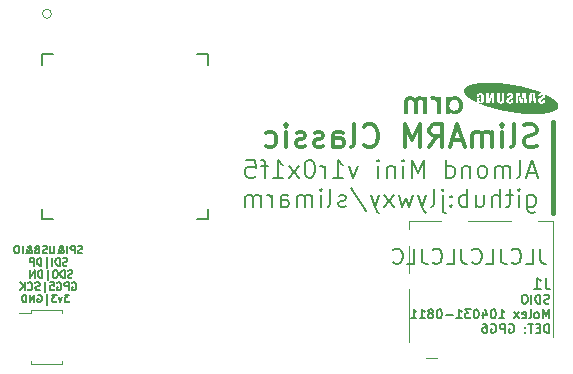
<source format=gbo>
G04 #@! TF.GenerationSoftware,KiCad,Pcbnew,7.0.1-0*
G04 #@! TF.CreationDate,2023-05-01T16:00:43+08:00*
G04 #@! TF.ProjectId,slimarm_almond_mini,736c696d-6172-46d5-9f61-6c6d6f6e645f,rev?*
G04 #@! TF.SameCoordinates,Original*
G04 #@! TF.FileFunction,Legend,Bot*
G04 #@! TF.FilePolarity,Positive*
%FSLAX46Y46*%
G04 Gerber Fmt 4.6, Leading zero omitted, Abs format (unit mm)*
G04 Created by KiCad (PCBNEW 7.0.1-0) date 2023-05-01 16:00:43*
%MOMM*%
%LPD*%
G01*
G04 APERTURE LIST*
%ADD10C,0.127000*%
%ADD11C,0.381000*%
%ADD12C,0.200000*%
%ADD13C,0.330200*%
%ADD14C,0.150000*%
%ADD15C,0.120000*%
%ADD16C,0.650000*%
%ADD17O,1.000000X2.100000*%
%ADD18O,1.000000X1.600000*%
%ADD19R,1.170000X1.800000*%
%ADD20R,1.900000X1.350000*%
%ADD21R,1.550000X1.350000*%
%ADD22R,1.200000X1.000000*%
%ADD23R,0.750000X1.100000*%
%ADD24R,0.850000X1.100000*%
%ADD25R,1.850000X0.500000*%
G04 APERTURE END LIST*
D10*
X68184857Y-41591790D02*
X68076000Y-41628075D01*
X68076000Y-41628075D02*
X67894571Y-41628075D01*
X67894571Y-41628075D02*
X67822000Y-41591790D01*
X67822000Y-41591790D02*
X67785714Y-41555504D01*
X67785714Y-41555504D02*
X67749428Y-41482932D01*
X67749428Y-41482932D02*
X67749428Y-41410361D01*
X67749428Y-41410361D02*
X67785714Y-41337790D01*
X67785714Y-41337790D02*
X67822000Y-41301504D01*
X67822000Y-41301504D02*
X67894571Y-41265218D01*
X67894571Y-41265218D02*
X68039714Y-41228932D01*
X68039714Y-41228932D02*
X68112285Y-41192647D01*
X68112285Y-41192647D02*
X68148571Y-41156361D01*
X68148571Y-41156361D02*
X68184857Y-41083790D01*
X68184857Y-41083790D02*
X68184857Y-41011218D01*
X68184857Y-41011218D02*
X68148571Y-40938647D01*
X68148571Y-40938647D02*
X68112285Y-40902361D01*
X68112285Y-40902361D02*
X68039714Y-40866075D01*
X68039714Y-40866075D02*
X67858285Y-40866075D01*
X67858285Y-40866075D02*
X67749428Y-40902361D01*
X67422857Y-41628075D02*
X67422857Y-40866075D01*
X67422857Y-40866075D02*
X67241428Y-40866075D01*
X67241428Y-40866075D02*
X67132571Y-40902361D01*
X67132571Y-40902361D02*
X67060000Y-40974932D01*
X67060000Y-40974932D02*
X67023714Y-41047504D01*
X67023714Y-41047504D02*
X66987428Y-41192647D01*
X66987428Y-41192647D02*
X66987428Y-41301504D01*
X66987428Y-41301504D02*
X67023714Y-41446647D01*
X67023714Y-41446647D02*
X67060000Y-41519218D01*
X67060000Y-41519218D02*
X67132571Y-41591790D01*
X67132571Y-41591790D02*
X67241428Y-41628075D01*
X67241428Y-41628075D02*
X67422857Y-41628075D01*
X66660857Y-41628075D02*
X66660857Y-40866075D01*
X66152857Y-40866075D02*
X66007714Y-40866075D01*
X66007714Y-40866075D02*
X65935143Y-40902361D01*
X65935143Y-40902361D02*
X65862571Y-40974932D01*
X65862571Y-40974932D02*
X65826286Y-41120075D01*
X65826286Y-41120075D02*
X65826286Y-41374075D01*
X65826286Y-41374075D02*
X65862571Y-41519218D01*
X65862571Y-41519218D02*
X65935143Y-41591790D01*
X65935143Y-41591790D02*
X66007714Y-41628075D01*
X66007714Y-41628075D02*
X66152857Y-41628075D01*
X66152857Y-41628075D02*
X66225429Y-41591790D01*
X66225429Y-41591790D02*
X66298000Y-41519218D01*
X66298000Y-41519218D02*
X66334286Y-41374075D01*
X66334286Y-41374075D02*
X66334286Y-41120075D01*
X66334286Y-41120075D02*
X66298000Y-40974932D01*
X66298000Y-40974932D02*
X66225429Y-40902361D01*
X66225429Y-40902361D02*
X66152857Y-40866075D01*
X68148571Y-42862515D02*
X68148571Y-42100515D01*
X68148571Y-42100515D02*
X67894571Y-42644801D01*
X67894571Y-42644801D02*
X67640571Y-42100515D01*
X67640571Y-42100515D02*
X67640571Y-42862515D01*
X67168857Y-42862515D02*
X67241428Y-42826230D01*
X67241428Y-42826230D02*
X67277714Y-42789944D01*
X67277714Y-42789944D02*
X67314000Y-42717372D01*
X67314000Y-42717372D02*
X67314000Y-42499658D01*
X67314000Y-42499658D02*
X67277714Y-42427087D01*
X67277714Y-42427087D02*
X67241428Y-42390801D01*
X67241428Y-42390801D02*
X67168857Y-42354515D01*
X67168857Y-42354515D02*
X67060000Y-42354515D01*
X67060000Y-42354515D02*
X66987428Y-42390801D01*
X66987428Y-42390801D02*
X66951143Y-42427087D01*
X66951143Y-42427087D02*
X66914857Y-42499658D01*
X66914857Y-42499658D02*
X66914857Y-42717372D01*
X66914857Y-42717372D02*
X66951143Y-42789944D01*
X66951143Y-42789944D02*
X66987428Y-42826230D01*
X66987428Y-42826230D02*
X67060000Y-42862515D01*
X67060000Y-42862515D02*
X67168857Y-42862515D01*
X66479428Y-42862515D02*
X66551999Y-42826230D01*
X66551999Y-42826230D02*
X66588285Y-42753658D01*
X66588285Y-42753658D02*
X66588285Y-42100515D01*
X65898856Y-42826230D02*
X65971428Y-42862515D01*
X65971428Y-42862515D02*
X66116571Y-42862515D01*
X66116571Y-42862515D02*
X66189142Y-42826230D01*
X66189142Y-42826230D02*
X66225428Y-42753658D01*
X66225428Y-42753658D02*
X66225428Y-42463372D01*
X66225428Y-42463372D02*
X66189142Y-42390801D01*
X66189142Y-42390801D02*
X66116571Y-42354515D01*
X66116571Y-42354515D02*
X65971428Y-42354515D01*
X65971428Y-42354515D02*
X65898856Y-42390801D01*
X65898856Y-42390801D02*
X65862571Y-42463372D01*
X65862571Y-42463372D02*
X65862571Y-42535944D01*
X65862571Y-42535944D02*
X66225428Y-42608515D01*
X65608570Y-42862515D02*
X65209428Y-42354515D01*
X65608570Y-42354515D02*
X65209428Y-42862515D01*
X63939428Y-42862515D02*
X64374857Y-42862515D01*
X64157142Y-42862515D02*
X64157142Y-42100515D01*
X64157142Y-42100515D02*
X64229714Y-42209372D01*
X64229714Y-42209372D02*
X64302285Y-42281944D01*
X64302285Y-42281944D02*
X64374857Y-42318230D01*
X63467714Y-42100515D02*
X63395143Y-42100515D01*
X63395143Y-42100515D02*
X63322571Y-42136801D01*
X63322571Y-42136801D02*
X63286286Y-42173087D01*
X63286286Y-42173087D02*
X63250000Y-42245658D01*
X63250000Y-42245658D02*
X63213714Y-42390801D01*
X63213714Y-42390801D02*
X63213714Y-42572230D01*
X63213714Y-42572230D02*
X63250000Y-42717372D01*
X63250000Y-42717372D02*
X63286286Y-42789944D01*
X63286286Y-42789944D02*
X63322571Y-42826230D01*
X63322571Y-42826230D02*
X63395143Y-42862515D01*
X63395143Y-42862515D02*
X63467714Y-42862515D01*
X63467714Y-42862515D02*
X63540286Y-42826230D01*
X63540286Y-42826230D02*
X63576571Y-42789944D01*
X63576571Y-42789944D02*
X63612857Y-42717372D01*
X63612857Y-42717372D02*
X63649143Y-42572230D01*
X63649143Y-42572230D02*
X63649143Y-42390801D01*
X63649143Y-42390801D02*
X63612857Y-42245658D01*
X63612857Y-42245658D02*
X63576571Y-42173087D01*
X63576571Y-42173087D02*
X63540286Y-42136801D01*
X63540286Y-42136801D02*
X63467714Y-42100515D01*
X62560572Y-42354515D02*
X62560572Y-42862515D01*
X62742000Y-42064230D02*
X62923429Y-42608515D01*
X62923429Y-42608515D02*
X62451714Y-42608515D01*
X62016286Y-42100515D02*
X61943715Y-42100515D01*
X61943715Y-42100515D02*
X61871143Y-42136801D01*
X61871143Y-42136801D02*
X61834858Y-42173087D01*
X61834858Y-42173087D02*
X61798572Y-42245658D01*
X61798572Y-42245658D02*
X61762286Y-42390801D01*
X61762286Y-42390801D02*
X61762286Y-42572230D01*
X61762286Y-42572230D02*
X61798572Y-42717372D01*
X61798572Y-42717372D02*
X61834858Y-42789944D01*
X61834858Y-42789944D02*
X61871143Y-42826230D01*
X61871143Y-42826230D02*
X61943715Y-42862515D01*
X61943715Y-42862515D02*
X62016286Y-42862515D01*
X62016286Y-42862515D02*
X62088858Y-42826230D01*
X62088858Y-42826230D02*
X62125143Y-42789944D01*
X62125143Y-42789944D02*
X62161429Y-42717372D01*
X62161429Y-42717372D02*
X62197715Y-42572230D01*
X62197715Y-42572230D02*
X62197715Y-42390801D01*
X62197715Y-42390801D02*
X62161429Y-42245658D01*
X62161429Y-42245658D02*
X62125143Y-42173087D01*
X62125143Y-42173087D02*
X62088858Y-42136801D01*
X62088858Y-42136801D02*
X62016286Y-42100515D01*
X61508286Y-42100515D02*
X61036572Y-42100515D01*
X61036572Y-42100515D02*
X61290572Y-42390801D01*
X61290572Y-42390801D02*
X61181715Y-42390801D01*
X61181715Y-42390801D02*
X61109144Y-42427087D01*
X61109144Y-42427087D02*
X61072858Y-42463372D01*
X61072858Y-42463372D02*
X61036572Y-42535944D01*
X61036572Y-42535944D02*
X61036572Y-42717372D01*
X61036572Y-42717372D02*
X61072858Y-42789944D01*
X61072858Y-42789944D02*
X61109144Y-42826230D01*
X61109144Y-42826230D02*
X61181715Y-42862515D01*
X61181715Y-42862515D02*
X61399429Y-42862515D01*
X61399429Y-42862515D02*
X61472001Y-42826230D01*
X61472001Y-42826230D02*
X61508286Y-42789944D01*
X60310858Y-42862515D02*
X60746287Y-42862515D01*
X60528572Y-42862515D02*
X60528572Y-42100515D01*
X60528572Y-42100515D02*
X60601144Y-42209372D01*
X60601144Y-42209372D02*
X60673715Y-42281944D01*
X60673715Y-42281944D02*
X60746287Y-42318230D01*
X59984287Y-42572230D02*
X59403716Y-42572230D01*
X58895715Y-42100515D02*
X58823144Y-42100515D01*
X58823144Y-42100515D02*
X58750572Y-42136801D01*
X58750572Y-42136801D02*
X58714287Y-42173087D01*
X58714287Y-42173087D02*
X58678001Y-42245658D01*
X58678001Y-42245658D02*
X58641715Y-42390801D01*
X58641715Y-42390801D02*
X58641715Y-42572230D01*
X58641715Y-42572230D02*
X58678001Y-42717372D01*
X58678001Y-42717372D02*
X58714287Y-42789944D01*
X58714287Y-42789944D02*
X58750572Y-42826230D01*
X58750572Y-42826230D02*
X58823144Y-42862515D01*
X58823144Y-42862515D02*
X58895715Y-42862515D01*
X58895715Y-42862515D02*
X58968287Y-42826230D01*
X58968287Y-42826230D02*
X59004572Y-42789944D01*
X59004572Y-42789944D02*
X59040858Y-42717372D01*
X59040858Y-42717372D02*
X59077144Y-42572230D01*
X59077144Y-42572230D02*
X59077144Y-42390801D01*
X59077144Y-42390801D02*
X59040858Y-42245658D01*
X59040858Y-42245658D02*
X59004572Y-42173087D01*
X59004572Y-42173087D02*
X58968287Y-42136801D01*
X58968287Y-42136801D02*
X58895715Y-42100515D01*
X58206287Y-42427087D02*
X58278858Y-42390801D01*
X58278858Y-42390801D02*
X58315144Y-42354515D01*
X58315144Y-42354515D02*
X58351430Y-42281944D01*
X58351430Y-42281944D02*
X58351430Y-42245658D01*
X58351430Y-42245658D02*
X58315144Y-42173087D01*
X58315144Y-42173087D02*
X58278858Y-42136801D01*
X58278858Y-42136801D02*
X58206287Y-42100515D01*
X58206287Y-42100515D02*
X58061144Y-42100515D01*
X58061144Y-42100515D02*
X57988573Y-42136801D01*
X57988573Y-42136801D02*
X57952287Y-42173087D01*
X57952287Y-42173087D02*
X57916001Y-42245658D01*
X57916001Y-42245658D02*
X57916001Y-42281944D01*
X57916001Y-42281944D02*
X57952287Y-42354515D01*
X57952287Y-42354515D02*
X57988573Y-42390801D01*
X57988573Y-42390801D02*
X58061144Y-42427087D01*
X58061144Y-42427087D02*
X58206287Y-42427087D01*
X58206287Y-42427087D02*
X58278858Y-42463372D01*
X58278858Y-42463372D02*
X58315144Y-42499658D01*
X58315144Y-42499658D02*
X58351430Y-42572230D01*
X58351430Y-42572230D02*
X58351430Y-42717372D01*
X58351430Y-42717372D02*
X58315144Y-42789944D01*
X58315144Y-42789944D02*
X58278858Y-42826230D01*
X58278858Y-42826230D02*
X58206287Y-42862515D01*
X58206287Y-42862515D02*
X58061144Y-42862515D01*
X58061144Y-42862515D02*
X57988573Y-42826230D01*
X57988573Y-42826230D02*
X57952287Y-42789944D01*
X57952287Y-42789944D02*
X57916001Y-42717372D01*
X57916001Y-42717372D02*
X57916001Y-42572230D01*
X57916001Y-42572230D02*
X57952287Y-42499658D01*
X57952287Y-42499658D02*
X57988573Y-42463372D01*
X57988573Y-42463372D02*
X58061144Y-42427087D01*
X57190287Y-42862515D02*
X57625716Y-42862515D01*
X57408001Y-42862515D02*
X57408001Y-42100515D01*
X57408001Y-42100515D02*
X57480573Y-42209372D01*
X57480573Y-42209372D02*
X57553144Y-42281944D01*
X57553144Y-42281944D02*
X57625716Y-42318230D01*
X56464573Y-42862515D02*
X56900002Y-42862515D01*
X56682287Y-42862515D02*
X56682287Y-42100515D01*
X56682287Y-42100515D02*
X56754859Y-42209372D01*
X56754859Y-42209372D02*
X56827430Y-42281944D01*
X56827430Y-42281944D02*
X56900002Y-42318230D01*
X68148571Y-44096955D02*
X68148571Y-43334955D01*
X68148571Y-43334955D02*
X67967142Y-43334955D01*
X67967142Y-43334955D02*
X67858285Y-43371241D01*
X67858285Y-43371241D02*
X67785714Y-43443812D01*
X67785714Y-43443812D02*
X67749428Y-43516384D01*
X67749428Y-43516384D02*
X67713142Y-43661527D01*
X67713142Y-43661527D02*
X67713142Y-43770384D01*
X67713142Y-43770384D02*
X67749428Y-43915527D01*
X67749428Y-43915527D02*
X67785714Y-43988098D01*
X67785714Y-43988098D02*
X67858285Y-44060670D01*
X67858285Y-44060670D02*
X67967142Y-44096955D01*
X67967142Y-44096955D02*
X68148571Y-44096955D01*
X67386571Y-43697812D02*
X67132571Y-43697812D01*
X67023714Y-44096955D02*
X67386571Y-44096955D01*
X67386571Y-44096955D02*
X67386571Y-43334955D01*
X67386571Y-43334955D02*
X67023714Y-43334955D01*
X66805999Y-43334955D02*
X66370571Y-43334955D01*
X66588285Y-44096955D02*
X66588285Y-43334955D01*
X66116571Y-44024384D02*
X66080285Y-44060670D01*
X66080285Y-44060670D02*
X66116571Y-44096955D01*
X66116571Y-44096955D02*
X66152857Y-44060670D01*
X66152857Y-44060670D02*
X66116571Y-44024384D01*
X66116571Y-44024384D02*
X66116571Y-44096955D01*
X66116571Y-43625241D02*
X66080285Y-43661527D01*
X66080285Y-43661527D02*
X66116571Y-43697812D01*
X66116571Y-43697812D02*
X66152857Y-43661527D01*
X66152857Y-43661527D02*
X66116571Y-43625241D01*
X66116571Y-43625241D02*
X66116571Y-43697812D01*
X64774000Y-43371241D02*
X64846572Y-43334955D01*
X64846572Y-43334955D02*
X64955429Y-43334955D01*
X64955429Y-43334955D02*
X65064286Y-43371241D01*
X65064286Y-43371241D02*
X65136857Y-43443812D01*
X65136857Y-43443812D02*
X65173143Y-43516384D01*
X65173143Y-43516384D02*
X65209429Y-43661527D01*
X65209429Y-43661527D02*
X65209429Y-43770384D01*
X65209429Y-43770384D02*
X65173143Y-43915527D01*
X65173143Y-43915527D02*
X65136857Y-43988098D01*
X65136857Y-43988098D02*
X65064286Y-44060670D01*
X65064286Y-44060670D02*
X64955429Y-44096955D01*
X64955429Y-44096955D02*
X64882857Y-44096955D01*
X64882857Y-44096955D02*
X64774000Y-44060670D01*
X64774000Y-44060670D02*
X64737714Y-44024384D01*
X64737714Y-44024384D02*
X64737714Y-43770384D01*
X64737714Y-43770384D02*
X64882857Y-43770384D01*
X64411143Y-44096955D02*
X64411143Y-43334955D01*
X64411143Y-43334955D02*
X64120857Y-43334955D01*
X64120857Y-43334955D02*
X64048286Y-43371241D01*
X64048286Y-43371241D02*
X64012000Y-43407527D01*
X64012000Y-43407527D02*
X63975714Y-43480098D01*
X63975714Y-43480098D02*
X63975714Y-43588955D01*
X63975714Y-43588955D02*
X64012000Y-43661527D01*
X64012000Y-43661527D02*
X64048286Y-43697812D01*
X64048286Y-43697812D02*
X64120857Y-43734098D01*
X64120857Y-43734098D02*
X64411143Y-43734098D01*
X63250000Y-43371241D02*
X63322572Y-43334955D01*
X63322572Y-43334955D02*
X63431429Y-43334955D01*
X63431429Y-43334955D02*
X63540286Y-43371241D01*
X63540286Y-43371241D02*
X63612857Y-43443812D01*
X63612857Y-43443812D02*
X63649143Y-43516384D01*
X63649143Y-43516384D02*
X63685429Y-43661527D01*
X63685429Y-43661527D02*
X63685429Y-43770384D01*
X63685429Y-43770384D02*
X63649143Y-43915527D01*
X63649143Y-43915527D02*
X63612857Y-43988098D01*
X63612857Y-43988098D02*
X63540286Y-44060670D01*
X63540286Y-44060670D02*
X63431429Y-44096955D01*
X63431429Y-44096955D02*
X63358857Y-44096955D01*
X63358857Y-44096955D02*
X63250000Y-44060670D01*
X63250000Y-44060670D02*
X63213714Y-44024384D01*
X63213714Y-44024384D02*
X63213714Y-43770384D01*
X63213714Y-43770384D02*
X63358857Y-43770384D01*
X62560572Y-43334955D02*
X62705714Y-43334955D01*
X62705714Y-43334955D02*
X62778286Y-43371241D01*
X62778286Y-43371241D02*
X62814572Y-43407527D01*
X62814572Y-43407527D02*
X62887143Y-43516384D01*
X62887143Y-43516384D02*
X62923429Y-43661527D01*
X62923429Y-43661527D02*
X62923429Y-43951812D01*
X62923429Y-43951812D02*
X62887143Y-44024384D01*
X62887143Y-44024384D02*
X62850857Y-44060670D01*
X62850857Y-44060670D02*
X62778286Y-44096955D01*
X62778286Y-44096955D02*
X62633143Y-44096955D01*
X62633143Y-44096955D02*
X62560572Y-44060670D01*
X62560572Y-44060670D02*
X62524286Y-44024384D01*
X62524286Y-44024384D02*
X62488000Y-43951812D01*
X62488000Y-43951812D02*
X62488000Y-43770384D01*
X62488000Y-43770384D02*
X62524286Y-43697812D01*
X62524286Y-43697812D02*
X62560572Y-43661527D01*
X62560572Y-43661527D02*
X62633143Y-43625241D01*
X62633143Y-43625241D02*
X62778286Y-43625241D01*
X62778286Y-43625241D02*
X62850857Y-43661527D01*
X62850857Y-43661527D02*
X62887143Y-43697812D01*
X62887143Y-43697812D02*
X62923429Y-43770384D01*
X39260000Y-21402000D02*
X39260000Y-20498000D01*
X25250000Y-20506000D02*
X25250000Y-21410000D01*
X25266000Y-34490000D02*
X26170000Y-34490000D01*
X38348000Y-34490000D02*
X39252000Y-34490000D01*
X39254000Y-20500000D02*
X38350000Y-20500000D01*
D11*
X68470000Y-26249750D02*
X68470000Y-33930250D01*
D10*
X25260000Y-33588000D02*
X25260000Y-34492000D01*
X26152000Y-20500000D02*
X25248000Y-20500000D01*
X39250000Y-34484000D02*
X39250000Y-33580000D01*
D12*
X67049714Y-30529182D02*
X66324000Y-30529182D01*
X67194857Y-30964611D02*
X66686857Y-29440611D01*
X66686857Y-29440611D02*
X66178857Y-30964611D01*
X65453142Y-30964611D02*
X65598285Y-30892040D01*
X65598285Y-30892040D02*
X65670856Y-30746897D01*
X65670856Y-30746897D02*
X65670856Y-29440611D01*
X64872570Y-30964611D02*
X64872570Y-29948611D01*
X64872570Y-30093754D02*
X64799999Y-30021182D01*
X64799999Y-30021182D02*
X64654856Y-29948611D01*
X64654856Y-29948611D02*
X64437142Y-29948611D01*
X64437142Y-29948611D02*
X64291999Y-30021182D01*
X64291999Y-30021182D02*
X64219428Y-30166325D01*
X64219428Y-30166325D02*
X64219428Y-30964611D01*
X64219428Y-30166325D02*
X64146856Y-30021182D01*
X64146856Y-30021182D02*
X64001713Y-29948611D01*
X64001713Y-29948611D02*
X63783999Y-29948611D01*
X63783999Y-29948611D02*
X63638856Y-30021182D01*
X63638856Y-30021182D02*
X63566285Y-30166325D01*
X63566285Y-30166325D02*
X63566285Y-30964611D01*
X62622856Y-30964611D02*
X62767999Y-30892040D01*
X62767999Y-30892040D02*
X62840570Y-30819468D01*
X62840570Y-30819468D02*
X62913142Y-30674325D01*
X62913142Y-30674325D02*
X62913142Y-30238897D01*
X62913142Y-30238897D02*
X62840570Y-30093754D01*
X62840570Y-30093754D02*
X62767999Y-30021182D01*
X62767999Y-30021182D02*
X62622856Y-29948611D01*
X62622856Y-29948611D02*
X62405142Y-29948611D01*
X62405142Y-29948611D02*
X62259999Y-30021182D01*
X62259999Y-30021182D02*
X62187428Y-30093754D01*
X62187428Y-30093754D02*
X62114856Y-30238897D01*
X62114856Y-30238897D02*
X62114856Y-30674325D01*
X62114856Y-30674325D02*
X62187428Y-30819468D01*
X62187428Y-30819468D02*
X62259999Y-30892040D01*
X62259999Y-30892040D02*
X62405142Y-30964611D01*
X62405142Y-30964611D02*
X62622856Y-30964611D01*
X61461713Y-29948611D02*
X61461713Y-30964611D01*
X61461713Y-30093754D02*
X61389142Y-30021182D01*
X61389142Y-30021182D02*
X61243999Y-29948611D01*
X61243999Y-29948611D02*
X61026285Y-29948611D01*
X61026285Y-29948611D02*
X60881142Y-30021182D01*
X60881142Y-30021182D02*
X60808571Y-30166325D01*
X60808571Y-30166325D02*
X60808571Y-30964611D01*
X59429714Y-30964611D02*
X59429714Y-29440611D01*
X59429714Y-30892040D02*
X59574856Y-30964611D01*
X59574856Y-30964611D02*
X59865142Y-30964611D01*
X59865142Y-30964611D02*
X60010285Y-30892040D01*
X60010285Y-30892040D02*
X60082856Y-30819468D01*
X60082856Y-30819468D02*
X60155428Y-30674325D01*
X60155428Y-30674325D02*
X60155428Y-30238897D01*
X60155428Y-30238897D02*
X60082856Y-30093754D01*
X60082856Y-30093754D02*
X60010285Y-30021182D01*
X60010285Y-30021182D02*
X59865142Y-29948611D01*
X59865142Y-29948611D02*
X59574856Y-29948611D01*
X59574856Y-29948611D02*
X59429714Y-30021182D01*
X57542856Y-30964611D02*
X57542856Y-29440611D01*
X57542856Y-29440611D02*
X57034856Y-30529182D01*
X57034856Y-30529182D02*
X56526856Y-29440611D01*
X56526856Y-29440611D02*
X56526856Y-30964611D01*
X55801142Y-30964611D02*
X55801142Y-29948611D01*
X55801142Y-29440611D02*
X55873714Y-29513182D01*
X55873714Y-29513182D02*
X55801142Y-29585754D01*
X55801142Y-29585754D02*
X55728571Y-29513182D01*
X55728571Y-29513182D02*
X55801142Y-29440611D01*
X55801142Y-29440611D02*
X55801142Y-29585754D01*
X55075428Y-29948611D02*
X55075428Y-30964611D01*
X55075428Y-30093754D02*
X55002857Y-30021182D01*
X55002857Y-30021182D02*
X54857714Y-29948611D01*
X54857714Y-29948611D02*
X54640000Y-29948611D01*
X54640000Y-29948611D02*
X54494857Y-30021182D01*
X54494857Y-30021182D02*
X54422286Y-30166325D01*
X54422286Y-30166325D02*
X54422286Y-30964611D01*
X53696571Y-30964611D02*
X53696571Y-29948611D01*
X53696571Y-29440611D02*
X53769143Y-29513182D01*
X53769143Y-29513182D02*
X53696571Y-29585754D01*
X53696571Y-29585754D02*
X53624000Y-29513182D01*
X53624000Y-29513182D02*
X53696571Y-29440611D01*
X53696571Y-29440611D02*
X53696571Y-29585754D01*
X51954857Y-29948611D02*
X51592000Y-30964611D01*
X51592000Y-30964611D02*
X51229143Y-29948611D01*
X49850286Y-30964611D02*
X50721143Y-30964611D01*
X50285714Y-30964611D02*
X50285714Y-29440611D01*
X50285714Y-29440611D02*
X50430857Y-29658325D01*
X50430857Y-29658325D02*
X50576000Y-29803468D01*
X50576000Y-29803468D02*
X50721143Y-29876040D01*
X49197142Y-30964611D02*
X49197142Y-29948611D01*
X49197142Y-30238897D02*
X49124571Y-30093754D01*
X49124571Y-30093754D02*
X49052000Y-30021182D01*
X49052000Y-30021182D02*
X48906857Y-29948611D01*
X48906857Y-29948611D02*
X48761714Y-29948611D01*
X47963428Y-29440611D02*
X47818285Y-29440611D01*
X47818285Y-29440611D02*
X47673142Y-29513182D01*
X47673142Y-29513182D02*
X47600571Y-29585754D01*
X47600571Y-29585754D02*
X47527999Y-29730897D01*
X47527999Y-29730897D02*
X47455428Y-30021182D01*
X47455428Y-30021182D02*
X47455428Y-30384040D01*
X47455428Y-30384040D02*
X47527999Y-30674325D01*
X47527999Y-30674325D02*
X47600571Y-30819468D01*
X47600571Y-30819468D02*
X47673142Y-30892040D01*
X47673142Y-30892040D02*
X47818285Y-30964611D01*
X47818285Y-30964611D02*
X47963428Y-30964611D01*
X47963428Y-30964611D02*
X48108571Y-30892040D01*
X48108571Y-30892040D02*
X48181142Y-30819468D01*
X48181142Y-30819468D02*
X48253713Y-30674325D01*
X48253713Y-30674325D02*
X48326285Y-30384040D01*
X48326285Y-30384040D02*
X48326285Y-30021182D01*
X48326285Y-30021182D02*
X48253713Y-29730897D01*
X48253713Y-29730897D02*
X48181142Y-29585754D01*
X48181142Y-29585754D02*
X48108571Y-29513182D01*
X48108571Y-29513182D02*
X47963428Y-29440611D01*
X46947427Y-30964611D02*
X46149142Y-29948611D01*
X46947427Y-29948611D02*
X46149142Y-30964611D01*
X44770285Y-30964611D02*
X45641142Y-30964611D01*
X45205713Y-30964611D02*
X45205713Y-29440611D01*
X45205713Y-29440611D02*
X45350856Y-29658325D01*
X45350856Y-29658325D02*
X45495999Y-29803468D01*
X45495999Y-29803468D02*
X45641142Y-29876040D01*
X44334856Y-29948611D02*
X43754284Y-29948611D01*
X44117141Y-30964611D02*
X44117141Y-29658325D01*
X44117141Y-29658325D02*
X44044570Y-29513182D01*
X44044570Y-29513182D02*
X43899427Y-29440611D01*
X43899427Y-29440611D02*
X43754284Y-29440611D01*
X42520570Y-29440611D02*
X43246284Y-29440611D01*
X43246284Y-29440611D02*
X43318856Y-30166325D01*
X43318856Y-30166325D02*
X43246284Y-30093754D01*
X43246284Y-30093754D02*
X43101142Y-30021182D01*
X43101142Y-30021182D02*
X42738284Y-30021182D01*
X42738284Y-30021182D02*
X42593142Y-30093754D01*
X42593142Y-30093754D02*
X42520570Y-30166325D01*
X42520570Y-30166325D02*
X42447999Y-30311468D01*
X42447999Y-30311468D02*
X42447999Y-30674325D01*
X42447999Y-30674325D02*
X42520570Y-30819468D01*
X42520570Y-30819468D02*
X42593142Y-30892040D01*
X42593142Y-30892040D02*
X42738284Y-30964611D01*
X42738284Y-30964611D02*
X43101142Y-30964611D01*
X43101142Y-30964611D02*
X43246284Y-30892040D01*
X43246284Y-30892040D02*
X43318856Y-30819468D01*
X66324000Y-32417491D02*
X66324000Y-33651205D01*
X66324000Y-33651205D02*
X66396571Y-33796348D01*
X66396571Y-33796348D02*
X66469142Y-33868920D01*
X66469142Y-33868920D02*
X66614285Y-33941491D01*
X66614285Y-33941491D02*
X66832000Y-33941491D01*
X66832000Y-33941491D02*
X66977142Y-33868920D01*
X66324000Y-33360920D02*
X66469142Y-33433491D01*
X66469142Y-33433491D02*
X66759428Y-33433491D01*
X66759428Y-33433491D02*
X66904571Y-33360920D01*
X66904571Y-33360920D02*
X66977142Y-33288348D01*
X66977142Y-33288348D02*
X67049714Y-33143205D01*
X67049714Y-33143205D02*
X67049714Y-32707777D01*
X67049714Y-32707777D02*
X66977142Y-32562634D01*
X66977142Y-32562634D02*
X66904571Y-32490062D01*
X66904571Y-32490062D02*
X66759428Y-32417491D01*
X66759428Y-32417491D02*
X66469142Y-32417491D01*
X66469142Y-32417491D02*
X66324000Y-32490062D01*
X65598285Y-33433491D02*
X65598285Y-32417491D01*
X65598285Y-31909491D02*
X65670857Y-31982062D01*
X65670857Y-31982062D02*
X65598285Y-32054634D01*
X65598285Y-32054634D02*
X65525714Y-31982062D01*
X65525714Y-31982062D02*
X65598285Y-31909491D01*
X65598285Y-31909491D02*
X65598285Y-32054634D01*
X65090286Y-32417491D02*
X64509714Y-32417491D01*
X64872571Y-31909491D02*
X64872571Y-33215777D01*
X64872571Y-33215777D02*
X64800000Y-33360920D01*
X64800000Y-33360920D02*
X64654857Y-33433491D01*
X64654857Y-33433491D02*
X64509714Y-33433491D01*
X64001714Y-33433491D02*
X64001714Y-31909491D01*
X63348572Y-33433491D02*
X63348572Y-32635205D01*
X63348572Y-32635205D02*
X63421143Y-32490062D01*
X63421143Y-32490062D02*
X63566286Y-32417491D01*
X63566286Y-32417491D02*
X63784000Y-32417491D01*
X63784000Y-32417491D02*
X63929143Y-32490062D01*
X63929143Y-32490062D02*
X64001714Y-32562634D01*
X61969715Y-32417491D02*
X61969715Y-33433491D01*
X62622857Y-32417491D02*
X62622857Y-33215777D01*
X62622857Y-33215777D02*
X62550286Y-33360920D01*
X62550286Y-33360920D02*
X62405143Y-33433491D01*
X62405143Y-33433491D02*
X62187429Y-33433491D01*
X62187429Y-33433491D02*
X62042286Y-33360920D01*
X62042286Y-33360920D02*
X61969715Y-33288348D01*
X61244000Y-33433491D02*
X61244000Y-31909491D01*
X61244000Y-32490062D02*
X61098858Y-32417491D01*
X61098858Y-32417491D02*
X60808572Y-32417491D01*
X60808572Y-32417491D02*
X60663429Y-32490062D01*
X60663429Y-32490062D02*
X60590858Y-32562634D01*
X60590858Y-32562634D02*
X60518286Y-32707777D01*
X60518286Y-32707777D02*
X60518286Y-33143205D01*
X60518286Y-33143205D02*
X60590858Y-33288348D01*
X60590858Y-33288348D02*
X60663429Y-33360920D01*
X60663429Y-33360920D02*
X60808572Y-33433491D01*
X60808572Y-33433491D02*
X61098858Y-33433491D01*
X61098858Y-33433491D02*
X61244000Y-33360920D01*
X59865143Y-33288348D02*
X59792572Y-33360920D01*
X59792572Y-33360920D02*
X59865143Y-33433491D01*
X59865143Y-33433491D02*
X59937715Y-33360920D01*
X59937715Y-33360920D02*
X59865143Y-33288348D01*
X59865143Y-33288348D02*
X59865143Y-33433491D01*
X59865143Y-32490062D02*
X59792572Y-32562634D01*
X59792572Y-32562634D02*
X59865143Y-32635205D01*
X59865143Y-32635205D02*
X59937715Y-32562634D01*
X59937715Y-32562634D02*
X59865143Y-32490062D01*
X59865143Y-32490062D02*
X59865143Y-32635205D01*
X59139429Y-32417491D02*
X59139429Y-33723777D01*
X59139429Y-33723777D02*
X59212001Y-33868920D01*
X59212001Y-33868920D02*
X59357144Y-33941491D01*
X59357144Y-33941491D02*
X59429715Y-33941491D01*
X59139429Y-31909491D02*
X59212001Y-31982062D01*
X59212001Y-31982062D02*
X59139429Y-32054634D01*
X59139429Y-32054634D02*
X59066858Y-31982062D01*
X59066858Y-31982062D02*
X59139429Y-31909491D01*
X59139429Y-31909491D02*
X59139429Y-32054634D01*
X58196001Y-33433491D02*
X58341144Y-33360920D01*
X58341144Y-33360920D02*
X58413715Y-33215777D01*
X58413715Y-33215777D02*
X58413715Y-31909491D01*
X57760572Y-32417491D02*
X57397715Y-33433491D01*
X57034858Y-32417491D02*
X57397715Y-33433491D01*
X57397715Y-33433491D02*
X57542858Y-33796348D01*
X57542858Y-33796348D02*
X57615429Y-33868920D01*
X57615429Y-33868920D02*
X57760572Y-33941491D01*
X56599429Y-32417491D02*
X56309144Y-33433491D01*
X56309144Y-33433491D02*
X56018858Y-32707777D01*
X56018858Y-32707777D02*
X55728572Y-33433491D01*
X55728572Y-33433491D02*
X55438286Y-32417491D01*
X55002858Y-33433491D02*
X54204573Y-32417491D01*
X55002858Y-32417491D02*
X54204573Y-33433491D01*
X53769144Y-32417491D02*
X53406287Y-33433491D01*
X53043430Y-32417491D02*
X53406287Y-33433491D01*
X53406287Y-33433491D02*
X53551430Y-33796348D01*
X53551430Y-33796348D02*
X53624001Y-33868920D01*
X53624001Y-33868920D02*
X53769144Y-33941491D01*
X51374287Y-31836920D02*
X52680573Y-33796348D01*
X50938859Y-33360920D02*
X50793716Y-33433491D01*
X50793716Y-33433491D02*
X50503430Y-33433491D01*
X50503430Y-33433491D02*
X50358287Y-33360920D01*
X50358287Y-33360920D02*
X50285716Y-33215777D01*
X50285716Y-33215777D02*
X50285716Y-33143205D01*
X50285716Y-33143205D02*
X50358287Y-32998062D01*
X50358287Y-32998062D02*
X50503430Y-32925491D01*
X50503430Y-32925491D02*
X50721145Y-32925491D01*
X50721145Y-32925491D02*
X50866287Y-32852920D01*
X50866287Y-32852920D02*
X50938859Y-32707777D01*
X50938859Y-32707777D02*
X50938859Y-32635205D01*
X50938859Y-32635205D02*
X50866287Y-32490062D01*
X50866287Y-32490062D02*
X50721145Y-32417491D01*
X50721145Y-32417491D02*
X50503430Y-32417491D01*
X50503430Y-32417491D02*
X50358287Y-32490062D01*
X49414859Y-33433491D02*
X49560002Y-33360920D01*
X49560002Y-33360920D02*
X49632573Y-33215777D01*
X49632573Y-33215777D02*
X49632573Y-31909491D01*
X48834287Y-33433491D02*
X48834287Y-32417491D01*
X48834287Y-31909491D02*
X48906859Y-31982062D01*
X48906859Y-31982062D02*
X48834287Y-32054634D01*
X48834287Y-32054634D02*
X48761716Y-31982062D01*
X48761716Y-31982062D02*
X48834287Y-31909491D01*
X48834287Y-31909491D02*
X48834287Y-32054634D01*
X48108573Y-33433491D02*
X48108573Y-32417491D01*
X48108573Y-32562634D02*
X48036002Y-32490062D01*
X48036002Y-32490062D02*
X47890859Y-32417491D01*
X47890859Y-32417491D02*
X47673145Y-32417491D01*
X47673145Y-32417491D02*
X47528002Y-32490062D01*
X47528002Y-32490062D02*
X47455431Y-32635205D01*
X47455431Y-32635205D02*
X47455431Y-33433491D01*
X47455431Y-32635205D02*
X47382859Y-32490062D01*
X47382859Y-32490062D02*
X47237716Y-32417491D01*
X47237716Y-32417491D02*
X47020002Y-32417491D01*
X47020002Y-32417491D02*
X46874859Y-32490062D01*
X46874859Y-32490062D02*
X46802288Y-32635205D01*
X46802288Y-32635205D02*
X46802288Y-33433491D01*
X45423431Y-33433491D02*
X45423431Y-32635205D01*
X45423431Y-32635205D02*
X45496002Y-32490062D01*
X45496002Y-32490062D02*
X45641145Y-32417491D01*
X45641145Y-32417491D02*
X45931431Y-32417491D01*
X45931431Y-32417491D02*
X46076573Y-32490062D01*
X45423431Y-33360920D02*
X45568573Y-33433491D01*
X45568573Y-33433491D02*
X45931431Y-33433491D01*
X45931431Y-33433491D02*
X46076573Y-33360920D01*
X46076573Y-33360920D02*
X46149145Y-33215777D01*
X46149145Y-33215777D02*
X46149145Y-33070634D01*
X46149145Y-33070634D02*
X46076573Y-32925491D01*
X46076573Y-32925491D02*
X45931431Y-32852920D01*
X45931431Y-32852920D02*
X45568573Y-32852920D01*
X45568573Y-32852920D02*
X45423431Y-32780348D01*
X44697716Y-33433491D02*
X44697716Y-32417491D01*
X44697716Y-32707777D02*
X44625145Y-32562634D01*
X44625145Y-32562634D02*
X44552574Y-32490062D01*
X44552574Y-32490062D02*
X44407431Y-32417491D01*
X44407431Y-32417491D02*
X44262288Y-32417491D01*
X43754287Y-33433491D02*
X43754287Y-32417491D01*
X43754287Y-32562634D02*
X43681716Y-32490062D01*
X43681716Y-32490062D02*
X43536573Y-32417491D01*
X43536573Y-32417491D02*
X43318859Y-32417491D01*
X43318859Y-32417491D02*
X43173716Y-32490062D01*
X43173716Y-32490062D02*
X43101145Y-32635205D01*
X43101145Y-32635205D02*
X43101145Y-33433491D01*
X43101145Y-32635205D02*
X43028573Y-32490062D01*
X43028573Y-32490062D02*
X42883430Y-32417491D01*
X42883430Y-32417491D02*
X42665716Y-32417491D01*
X42665716Y-32417491D02*
X42520573Y-32490062D01*
X42520573Y-32490062D02*
X42448002Y-32635205D01*
X42448002Y-32635205D02*
X42448002Y-33433491D01*
D10*
X28630713Y-37346125D02*
X28539999Y-37376363D01*
X28539999Y-37376363D02*
X28388808Y-37376363D01*
X28388808Y-37376363D02*
X28328332Y-37346125D01*
X28328332Y-37346125D02*
X28298094Y-37315886D01*
X28298094Y-37315886D02*
X28267856Y-37255410D01*
X28267856Y-37255410D02*
X28267856Y-37194934D01*
X28267856Y-37194934D02*
X28298094Y-37134458D01*
X28298094Y-37134458D02*
X28328332Y-37104220D01*
X28328332Y-37104220D02*
X28388808Y-37073982D01*
X28388808Y-37073982D02*
X28509761Y-37043744D01*
X28509761Y-37043744D02*
X28570237Y-37013505D01*
X28570237Y-37013505D02*
X28600475Y-36983267D01*
X28600475Y-36983267D02*
X28630713Y-36922791D01*
X28630713Y-36922791D02*
X28630713Y-36862315D01*
X28630713Y-36862315D02*
X28600475Y-36801839D01*
X28600475Y-36801839D02*
X28570237Y-36771601D01*
X28570237Y-36771601D02*
X28509761Y-36741363D01*
X28509761Y-36741363D02*
X28358570Y-36741363D01*
X28358570Y-36741363D02*
X28267856Y-36771601D01*
X27995713Y-37376363D02*
X27995713Y-36741363D01*
X27995713Y-36741363D02*
X27753808Y-36741363D01*
X27753808Y-36741363D02*
X27693332Y-36771601D01*
X27693332Y-36771601D02*
X27663094Y-36801839D01*
X27663094Y-36801839D02*
X27632856Y-36862315D01*
X27632856Y-36862315D02*
X27632856Y-36953029D01*
X27632856Y-36953029D02*
X27663094Y-37013505D01*
X27663094Y-37013505D02*
X27693332Y-37043744D01*
X27693332Y-37043744D02*
X27753808Y-37073982D01*
X27753808Y-37073982D02*
X27995713Y-37073982D01*
X27360713Y-37376363D02*
X27360713Y-36741363D01*
X26544284Y-37376363D02*
X26574523Y-37376363D01*
X26574523Y-37376363D02*
X26634999Y-37346125D01*
X26634999Y-37346125D02*
X26725713Y-37255410D01*
X26725713Y-37255410D02*
X26876903Y-37073982D01*
X26876903Y-37073982D02*
X26937380Y-36983267D01*
X26937380Y-36983267D02*
X26967618Y-36892553D01*
X26967618Y-36892553D02*
X26967618Y-36832077D01*
X26967618Y-36832077D02*
X26937380Y-36771601D01*
X26937380Y-36771601D02*
X26876903Y-36741363D01*
X26876903Y-36741363D02*
X26846665Y-36741363D01*
X26846665Y-36741363D02*
X26786189Y-36771601D01*
X26786189Y-36771601D02*
X26755951Y-36832077D01*
X26755951Y-36832077D02*
X26755951Y-36862315D01*
X26755951Y-36862315D02*
X26786189Y-36922791D01*
X26786189Y-36922791D02*
X26816427Y-36953029D01*
X26816427Y-36953029D02*
X26997856Y-37073982D01*
X26997856Y-37073982D02*
X27028094Y-37104220D01*
X27028094Y-37104220D02*
X27058332Y-37164696D01*
X27058332Y-37164696D02*
X27058332Y-37255410D01*
X27058332Y-37255410D02*
X27028094Y-37315886D01*
X27028094Y-37315886D02*
X26997856Y-37346125D01*
X26997856Y-37346125D02*
X26937380Y-37376363D01*
X26937380Y-37376363D02*
X26846665Y-37376363D01*
X26846665Y-37376363D02*
X26786189Y-37346125D01*
X26786189Y-37346125D02*
X26755951Y-37315886D01*
X26755951Y-37315886D02*
X26665237Y-37194934D01*
X26665237Y-37194934D02*
X26634999Y-37104220D01*
X26634999Y-37104220D02*
X26634999Y-37043744D01*
X26272142Y-36741363D02*
X26272142Y-37255410D01*
X26272142Y-37255410D02*
X26241904Y-37315886D01*
X26241904Y-37315886D02*
X26211666Y-37346125D01*
X26211666Y-37346125D02*
X26151190Y-37376363D01*
X26151190Y-37376363D02*
X26030237Y-37376363D01*
X26030237Y-37376363D02*
X25969761Y-37346125D01*
X25969761Y-37346125D02*
X25939523Y-37315886D01*
X25939523Y-37315886D02*
X25909285Y-37255410D01*
X25909285Y-37255410D02*
X25909285Y-36741363D01*
X25637142Y-37346125D02*
X25546428Y-37376363D01*
X25546428Y-37376363D02*
X25395237Y-37376363D01*
X25395237Y-37376363D02*
X25334761Y-37346125D01*
X25334761Y-37346125D02*
X25304523Y-37315886D01*
X25304523Y-37315886D02*
X25274285Y-37255410D01*
X25274285Y-37255410D02*
X25274285Y-37194934D01*
X25274285Y-37194934D02*
X25304523Y-37134458D01*
X25304523Y-37134458D02*
X25334761Y-37104220D01*
X25334761Y-37104220D02*
X25395237Y-37073982D01*
X25395237Y-37073982D02*
X25516190Y-37043744D01*
X25516190Y-37043744D02*
X25576666Y-37013505D01*
X25576666Y-37013505D02*
X25606904Y-36983267D01*
X25606904Y-36983267D02*
X25637142Y-36922791D01*
X25637142Y-36922791D02*
X25637142Y-36862315D01*
X25637142Y-36862315D02*
X25606904Y-36801839D01*
X25606904Y-36801839D02*
X25576666Y-36771601D01*
X25576666Y-36771601D02*
X25516190Y-36741363D01*
X25516190Y-36741363D02*
X25364999Y-36741363D01*
X25364999Y-36741363D02*
X25274285Y-36771601D01*
X24790475Y-37043744D02*
X24699761Y-37073982D01*
X24699761Y-37073982D02*
X24669523Y-37104220D01*
X24669523Y-37104220D02*
X24639285Y-37164696D01*
X24639285Y-37164696D02*
X24639285Y-37255410D01*
X24639285Y-37255410D02*
X24669523Y-37315886D01*
X24669523Y-37315886D02*
X24699761Y-37346125D01*
X24699761Y-37346125D02*
X24760237Y-37376363D01*
X24760237Y-37376363D02*
X25002142Y-37376363D01*
X25002142Y-37376363D02*
X25002142Y-36741363D01*
X25002142Y-36741363D02*
X24790475Y-36741363D01*
X24790475Y-36741363D02*
X24729999Y-36771601D01*
X24729999Y-36771601D02*
X24699761Y-36801839D01*
X24699761Y-36801839D02*
X24669523Y-36862315D01*
X24669523Y-36862315D02*
X24669523Y-36922791D01*
X24669523Y-36922791D02*
X24699761Y-36983267D01*
X24699761Y-36983267D02*
X24729999Y-37013505D01*
X24729999Y-37013505D02*
X24790475Y-37043744D01*
X24790475Y-37043744D02*
X25002142Y-37043744D01*
X23853094Y-37376363D02*
X23883333Y-37376363D01*
X23883333Y-37376363D02*
X23943809Y-37346125D01*
X23943809Y-37346125D02*
X24034523Y-37255410D01*
X24034523Y-37255410D02*
X24185713Y-37073982D01*
X24185713Y-37073982D02*
X24246190Y-36983267D01*
X24246190Y-36983267D02*
X24276428Y-36892553D01*
X24276428Y-36892553D02*
X24276428Y-36832077D01*
X24276428Y-36832077D02*
X24246190Y-36771601D01*
X24246190Y-36771601D02*
X24185713Y-36741363D01*
X24185713Y-36741363D02*
X24155475Y-36741363D01*
X24155475Y-36741363D02*
X24094999Y-36771601D01*
X24094999Y-36771601D02*
X24064761Y-36832077D01*
X24064761Y-36832077D02*
X24064761Y-36862315D01*
X24064761Y-36862315D02*
X24094999Y-36922791D01*
X24094999Y-36922791D02*
X24125237Y-36953029D01*
X24125237Y-36953029D02*
X24306666Y-37073982D01*
X24306666Y-37073982D02*
X24336904Y-37104220D01*
X24336904Y-37104220D02*
X24367142Y-37164696D01*
X24367142Y-37164696D02*
X24367142Y-37255410D01*
X24367142Y-37255410D02*
X24336904Y-37315886D01*
X24336904Y-37315886D02*
X24306666Y-37346125D01*
X24306666Y-37346125D02*
X24246190Y-37376363D01*
X24246190Y-37376363D02*
X24155475Y-37376363D01*
X24155475Y-37376363D02*
X24094999Y-37346125D01*
X24094999Y-37346125D02*
X24064761Y-37315886D01*
X24064761Y-37315886D02*
X23974047Y-37194934D01*
X23974047Y-37194934D02*
X23943809Y-37104220D01*
X23943809Y-37104220D02*
X23943809Y-37043744D01*
X23580952Y-37376363D02*
X23580952Y-36741363D01*
X23157619Y-36741363D02*
X23036666Y-36741363D01*
X23036666Y-36741363D02*
X22976190Y-36771601D01*
X22976190Y-36771601D02*
X22915714Y-36832077D01*
X22915714Y-36832077D02*
X22885476Y-36953029D01*
X22885476Y-36953029D02*
X22885476Y-37164696D01*
X22885476Y-37164696D02*
X22915714Y-37285648D01*
X22915714Y-37285648D02*
X22976190Y-37346125D01*
X22976190Y-37346125D02*
X23036666Y-37376363D01*
X23036666Y-37376363D02*
X23157619Y-37376363D01*
X23157619Y-37376363D02*
X23218095Y-37346125D01*
X23218095Y-37346125D02*
X23278571Y-37285648D01*
X23278571Y-37285648D02*
X23308809Y-37164696D01*
X23308809Y-37164696D02*
X23308809Y-36953029D01*
X23308809Y-36953029D02*
X23278571Y-36832077D01*
X23278571Y-36832077D02*
X23218095Y-36771601D01*
X23218095Y-36771601D02*
X23157619Y-36741363D01*
X27345594Y-38374825D02*
X27254880Y-38405063D01*
X27254880Y-38405063D02*
X27103689Y-38405063D01*
X27103689Y-38405063D02*
X27043213Y-38374825D01*
X27043213Y-38374825D02*
X27012975Y-38344586D01*
X27012975Y-38344586D02*
X26982737Y-38284110D01*
X26982737Y-38284110D02*
X26982737Y-38223634D01*
X26982737Y-38223634D02*
X27012975Y-38163158D01*
X27012975Y-38163158D02*
X27043213Y-38132920D01*
X27043213Y-38132920D02*
X27103689Y-38102682D01*
X27103689Y-38102682D02*
X27224642Y-38072444D01*
X27224642Y-38072444D02*
X27285118Y-38042205D01*
X27285118Y-38042205D02*
X27315356Y-38011967D01*
X27315356Y-38011967D02*
X27345594Y-37951491D01*
X27345594Y-37951491D02*
X27345594Y-37891015D01*
X27345594Y-37891015D02*
X27315356Y-37830539D01*
X27315356Y-37830539D02*
X27285118Y-37800301D01*
X27285118Y-37800301D02*
X27224642Y-37770063D01*
X27224642Y-37770063D02*
X27073451Y-37770063D01*
X27073451Y-37770063D02*
X26982737Y-37800301D01*
X26710594Y-38405063D02*
X26710594Y-37770063D01*
X26710594Y-37770063D02*
X26559404Y-37770063D01*
X26559404Y-37770063D02*
X26468689Y-37800301D01*
X26468689Y-37800301D02*
X26408213Y-37860777D01*
X26408213Y-37860777D02*
X26377975Y-37921253D01*
X26377975Y-37921253D02*
X26347737Y-38042205D01*
X26347737Y-38042205D02*
X26347737Y-38132920D01*
X26347737Y-38132920D02*
X26377975Y-38253872D01*
X26377975Y-38253872D02*
X26408213Y-38314348D01*
X26408213Y-38314348D02*
X26468689Y-38374825D01*
X26468689Y-38374825D02*
X26559404Y-38405063D01*
X26559404Y-38405063D02*
X26710594Y-38405063D01*
X26075594Y-38405063D02*
X26075594Y-37770063D01*
X25622023Y-38616729D02*
X25622023Y-37709586D01*
X25168451Y-38405063D02*
X25168451Y-37770063D01*
X25168451Y-37770063D02*
X25017261Y-37770063D01*
X25017261Y-37770063D02*
X24926546Y-37800301D01*
X24926546Y-37800301D02*
X24866070Y-37860777D01*
X24866070Y-37860777D02*
X24835832Y-37921253D01*
X24835832Y-37921253D02*
X24805594Y-38042205D01*
X24805594Y-38042205D02*
X24805594Y-38132920D01*
X24805594Y-38132920D02*
X24835832Y-38253872D01*
X24835832Y-38253872D02*
X24866070Y-38314348D01*
X24866070Y-38314348D02*
X24926546Y-38374825D01*
X24926546Y-38374825D02*
X25017261Y-38405063D01*
X25017261Y-38405063D02*
X25168451Y-38405063D01*
X24533451Y-38405063D02*
X24533451Y-37770063D01*
X24533451Y-37770063D02*
X24291546Y-37770063D01*
X24291546Y-37770063D02*
X24231070Y-37800301D01*
X24231070Y-37800301D02*
X24200832Y-37830539D01*
X24200832Y-37830539D02*
X24170594Y-37891015D01*
X24170594Y-37891015D02*
X24170594Y-37981729D01*
X24170594Y-37981729D02*
X24200832Y-38042205D01*
X24200832Y-38042205D02*
X24231070Y-38072444D01*
X24231070Y-38072444D02*
X24291546Y-38102682D01*
X24291546Y-38102682D02*
X24533451Y-38102682D01*
X27784047Y-39403525D02*
X27693333Y-39433763D01*
X27693333Y-39433763D02*
X27542142Y-39433763D01*
X27542142Y-39433763D02*
X27481666Y-39403525D01*
X27481666Y-39403525D02*
X27451428Y-39373286D01*
X27451428Y-39373286D02*
X27421190Y-39312810D01*
X27421190Y-39312810D02*
X27421190Y-39252334D01*
X27421190Y-39252334D02*
X27451428Y-39191858D01*
X27451428Y-39191858D02*
X27481666Y-39161620D01*
X27481666Y-39161620D02*
X27542142Y-39131382D01*
X27542142Y-39131382D02*
X27663095Y-39101144D01*
X27663095Y-39101144D02*
X27723571Y-39070905D01*
X27723571Y-39070905D02*
X27753809Y-39040667D01*
X27753809Y-39040667D02*
X27784047Y-38980191D01*
X27784047Y-38980191D02*
X27784047Y-38919715D01*
X27784047Y-38919715D02*
X27753809Y-38859239D01*
X27753809Y-38859239D02*
X27723571Y-38829001D01*
X27723571Y-38829001D02*
X27663095Y-38798763D01*
X27663095Y-38798763D02*
X27511904Y-38798763D01*
X27511904Y-38798763D02*
X27421190Y-38829001D01*
X27149047Y-39433763D02*
X27149047Y-38798763D01*
X27149047Y-38798763D02*
X26997857Y-38798763D01*
X26997857Y-38798763D02*
X26907142Y-38829001D01*
X26907142Y-38829001D02*
X26846666Y-38889477D01*
X26846666Y-38889477D02*
X26816428Y-38949953D01*
X26816428Y-38949953D02*
X26786190Y-39070905D01*
X26786190Y-39070905D02*
X26786190Y-39161620D01*
X26786190Y-39161620D02*
X26816428Y-39282572D01*
X26816428Y-39282572D02*
X26846666Y-39343048D01*
X26846666Y-39343048D02*
X26907142Y-39403525D01*
X26907142Y-39403525D02*
X26997857Y-39433763D01*
X26997857Y-39433763D02*
X27149047Y-39433763D01*
X26393095Y-38798763D02*
X26272142Y-38798763D01*
X26272142Y-38798763D02*
X26211666Y-38829001D01*
X26211666Y-38829001D02*
X26151190Y-38889477D01*
X26151190Y-38889477D02*
X26120952Y-39010429D01*
X26120952Y-39010429D02*
X26120952Y-39222096D01*
X26120952Y-39222096D02*
X26151190Y-39343048D01*
X26151190Y-39343048D02*
X26211666Y-39403525D01*
X26211666Y-39403525D02*
X26272142Y-39433763D01*
X26272142Y-39433763D02*
X26393095Y-39433763D01*
X26393095Y-39433763D02*
X26453571Y-39403525D01*
X26453571Y-39403525D02*
X26514047Y-39343048D01*
X26514047Y-39343048D02*
X26544285Y-39222096D01*
X26544285Y-39222096D02*
X26544285Y-39010429D01*
X26544285Y-39010429D02*
X26514047Y-38889477D01*
X26514047Y-38889477D02*
X26453571Y-38829001D01*
X26453571Y-38829001D02*
X26393095Y-38798763D01*
X25697619Y-39645429D02*
X25697619Y-38738286D01*
X25244047Y-39433763D02*
X25244047Y-38798763D01*
X25244047Y-38798763D02*
X25092857Y-38798763D01*
X25092857Y-38798763D02*
X25002142Y-38829001D01*
X25002142Y-38829001D02*
X24941666Y-38889477D01*
X24941666Y-38889477D02*
X24911428Y-38949953D01*
X24911428Y-38949953D02*
X24881190Y-39070905D01*
X24881190Y-39070905D02*
X24881190Y-39161620D01*
X24881190Y-39161620D02*
X24911428Y-39282572D01*
X24911428Y-39282572D02*
X24941666Y-39343048D01*
X24941666Y-39343048D02*
X25002142Y-39403525D01*
X25002142Y-39403525D02*
X25092857Y-39433763D01*
X25092857Y-39433763D02*
X25244047Y-39433763D01*
X24609047Y-39433763D02*
X24609047Y-38798763D01*
X24609047Y-38798763D02*
X24246190Y-39433763D01*
X24246190Y-39433763D02*
X24246190Y-38798763D01*
X27768928Y-39857701D02*
X27829404Y-39827463D01*
X27829404Y-39827463D02*
X27920118Y-39827463D01*
X27920118Y-39827463D02*
X28010833Y-39857701D01*
X28010833Y-39857701D02*
X28071309Y-39918177D01*
X28071309Y-39918177D02*
X28101547Y-39978653D01*
X28101547Y-39978653D02*
X28131785Y-40099605D01*
X28131785Y-40099605D02*
X28131785Y-40190320D01*
X28131785Y-40190320D02*
X28101547Y-40311272D01*
X28101547Y-40311272D02*
X28071309Y-40371748D01*
X28071309Y-40371748D02*
X28010833Y-40432225D01*
X28010833Y-40432225D02*
X27920118Y-40462463D01*
X27920118Y-40462463D02*
X27859642Y-40462463D01*
X27859642Y-40462463D02*
X27768928Y-40432225D01*
X27768928Y-40432225D02*
X27738690Y-40401986D01*
X27738690Y-40401986D02*
X27738690Y-40190320D01*
X27738690Y-40190320D02*
X27859642Y-40190320D01*
X27466547Y-40462463D02*
X27466547Y-39827463D01*
X27466547Y-39827463D02*
X27224642Y-39827463D01*
X27224642Y-39827463D02*
X27164166Y-39857701D01*
X27164166Y-39857701D02*
X27133928Y-39887939D01*
X27133928Y-39887939D02*
X27103690Y-39948415D01*
X27103690Y-39948415D02*
X27103690Y-40039129D01*
X27103690Y-40039129D02*
X27133928Y-40099605D01*
X27133928Y-40099605D02*
X27164166Y-40129844D01*
X27164166Y-40129844D02*
X27224642Y-40160082D01*
X27224642Y-40160082D02*
X27466547Y-40160082D01*
X26498928Y-39857701D02*
X26559404Y-39827463D01*
X26559404Y-39827463D02*
X26650118Y-39827463D01*
X26650118Y-39827463D02*
X26740833Y-39857701D01*
X26740833Y-39857701D02*
X26801309Y-39918177D01*
X26801309Y-39918177D02*
X26831547Y-39978653D01*
X26831547Y-39978653D02*
X26861785Y-40099605D01*
X26861785Y-40099605D02*
X26861785Y-40190320D01*
X26861785Y-40190320D02*
X26831547Y-40311272D01*
X26831547Y-40311272D02*
X26801309Y-40371748D01*
X26801309Y-40371748D02*
X26740833Y-40432225D01*
X26740833Y-40432225D02*
X26650118Y-40462463D01*
X26650118Y-40462463D02*
X26589642Y-40462463D01*
X26589642Y-40462463D02*
X26498928Y-40432225D01*
X26498928Y-40432225D02*
X26468690Y-40401986D01*
X26468690Y-40401986D02*
X26468690Y-40190320D01*
X26468690Y-40190320D02*
X26589642Y-40190320D01*
X25894166Y-39827463D02*
X26196547Y-39827463D01*
X26196547Y-39827463D02*
X26226785Y-40129844D01*
X26226785Y-40129844D02*
X26196547Y-40099605D01*
X26196547Y-40099605D02*
X26136071Y-40069367D01*
X26136071Y-40069367D02*
X25984880Y-40069367D01*
X25984880Y-40069367D02*
X25924404Y-40099605D01*
X25924404Y-40099605D02*
X25894166Y-40129844D01*
X25894166Y-40129844D02*
X25863928Y-40190320D01*
X25863928Y-40190320D02*
X25863928Y-40341510D01*
X25863928Y-40341510D02*
X25894166Y-40401986D01*
X25894166Y-40401986D02*
X25924404Y-40432225D01*
X25924404Y-40432225D02*
X25984880Y-40462463D01*
X25984880Y-40462463D02*
X26136071Y-40462463D01*
X26136071Y-40462463D02*
X26196547Y-40432225D01*
X26196547Y-40432225D02*
X26226785Y-40401986D01*
X25440595Y-40674129D02*
X25440595Y-39766986D01*
X25017261Y-40432225D02*
X24926547Y-40462463D01*
X24926547Y-40462463D02*
X24775356Y-40462463D01*
X24775356Y-40462463D02*
X24714880Y-40432225D01*
X24714880Y-40432225D02*
X24684642Y-40401986D01*
X24684642Y-40401986D02*
X24654404Y-40341510D01*
X24654404Y-40341510D02*
X24654404Y-40281034D01*
X24654404Y-40281034D02*
X24684642Y-40220558D01*
X24684642Y-40220558D02*
X24714880Y-40190320D01*
X24714880Y-40190320D02*
X24775356Y-40160082D01*
X24775356Y-40160082D02*
X24896309Y-40129844D01*
X24896309Y-40129844D02*
X24956785Y-40099605D01*
X24956785Y-40099605D02*
X24987023Y-40069367D01*
X24987023Y-40069367D02*
X25017261Y-40008891D01*
X25017261Y-40008891D02*
X25017261Y-39948415D01*
X25017261Y-39948415D02*
X24987023Y-39887939D01*
X24987023Y-39887939D02*
X24956785Y-39857701D01*
X24956785Y-39857701D02*
X24896309Y-39827463D01*
X24896309Y-39827463D02*
X24745118Y-39827463D01*
X24745118Y-39827463D02*
X24654404Y-39857701D01*
X24019404Y-40401986D02*
X24049642Y-40432225D01*
X24049642Y-40432225D02*
X24140356Y-40462463D01*
X24140356Y-40462463D02*
X24200832Y-40462463D01*
X24200832Y-40462463D02*
X24291547Y-40432225D01*
X24291547Y-40432225D02*
X24352023Y-40371748D01*
X24352023Y-40371748D02*
X24382261Y-40311272D01*
X24382261Y-40311272D02*
X24412499Y-40190320D01*
X24412499Y-40190320D02*
X24412499Y-40099605D01*
X24412499Y-40099605D02*
X24382261Y-39978653D01*
X24382261Y-39978653D02*
X24352023Y-39918177D01*
X24352023Y-39918177D02*
X24291547Y-39857701D01*
X24291547Y-39857701D02*
X24200832Y-39827463D01*
X24200832Y-39827463D02*
X24140356Y-39827463D01*
X24140356Y-39827463D02*
X24049642Y-39857701D01*
X24049642Y-39857701D02*
X24019404Y-39887939D01*
X23747261Y-40462463D02*
X23747261Y-39827463D01*
X23384404Y-40462463D02*
X23656547Y-40099605D01*
X23384404Y-39827463D02*
X23747261Y-40190320D01*
X27542142Y-40856163D02*
X27149047Y-40856163D01*
X27149047Y-40856163D02*
X27360714Y-41098067D01*
X27360714Y-41098067D02*
X27269999Y-41098067D01*
X27269999Y-41098067D02*
X27209523Y-41128305D01*
X27209523Y-41128305D02*
X27179285Y-41158544D01*
X27179285Y-41158544D02*
X27149047Y-41219020D01*
X27149047Y-41219020D02*
X27149047Y-41370210D01*
X27149047Y-41370210D02*
X27179285Y-41430686D01*
X27179285Y-41430686D02*
X27209523Y-41460925D01*
X27209523Y-41460925D02*
X27269999Y-41491163D01*
X27269999Y-41491163D02*
X27451428Y-41491163D01*
X27451428Y-41491163D02*
X27511904Y-41460925D01*
X27511904Y-41460925D02*
X27542142Y-41430686D01*
X26937380Y-41067829D02*
X26786190Y-41491163D01*
X26786190Y-41491163D02*
X26634999Y-41067829D01*
X26453570Y-40856163D02*
X26060475Y-40856163D01*
X26060475Y-40856163D02*
X26272142Y-41098067D01*
X26272142Y-41098067D02*
X26181427Y-41098067D01*
X26181427Y-41098067D02*
X26120951Y-41128305D01*
X26120951Y-41128305D02*
X26090713Y-41158544D01*
X26090713Y-41158544D02*
X26060475Y-41219020D01*
X26060475Y-41219020D02*
X26060475Y-41370210D01*
X26060475Y-41370210D02*
X26090713Y-41430686D01*
X26090713Y-41430686D02*
X26120951Y-41460925D01*
X26120951Y-41460925D02*
X26181427Y-41491163D01*
X26181427Y-41491163D02*
X26362856Y-41491163D01*
X26362856Y-41491163D02*
X26423332Y-41460925D01*
X26423332Y-41460925D02*
X26453570Y-41430686D01*
X25637142Y-41702829D02*
X25637142Y-40795686D01*
X24850951Y-40886401D02*
X24911427Y-40856163D01*
X24911427Y-40856163D02*
X25002141Y-40856163D01*
X25002141Y-40856163D02*
X25092856Y-40886401D01*
X25092856Y-40886401D02*
X25153332Y-40946877D01*
X25153332Y-40946877D02*
X25183570Y-41007353D01*
X25183570Y-41007353D02*
X25213808Y-41128305D01*
X25213808Y-41128305D02*
X25213808Y-41219020D01*
X25213808Y-41219020D02*
X25183570Y-41339972D01*
X25183570Y-41339972D02*
X25153332Y-41400448D01*
X25153332Y-41400448D02*
X25092856Y-41460925D01*
X25092856Y-41460925D02*
X25002141Y-41491163D01*
X25002141Y-41491163D02*
X24941665Y-41491163D01*
X24941665Y-41491163D02*
X24850951Y-41460925D01*
X24850951Y-41460925D02*
X24820713Y-41430686D01*
X24820713Y-41430686D02*
X24820713Y-41219020D01*
X24820713Y-41219020D02*
X24941665Y-41219020D01*
X24548570Y-41491163D02*
X24548570Y-40856163D01*
X24548570Y-40856163D02*
X24185713Y-41491163D01*
X24185713Y-41491163D02*
X24185713Y-40856163D01*
X23883332Y-41491163D02*
X23883332Y-40856163D01*
X23883332Y-40856163D02*
X23732142Y-40856163D01*
X23732142Y-40856163D02*
X23641427Y-40886401D01*
X23641427Y-40886401D02*
X23580951Y-40946877D01*
X23580951Y-40946877D02*
X23550713Y-41007353D01*
X23550713Y-41007353D02*
X23520475Y-41128305D01*
X23520475Y-41128305D02*
X23520475Y-41219020D01*
X23520475Y-41219020D02*
X23550713Y-41339972D01*
X23550713Y-41339972D02*
X23580951Y-41400448D01*
X23580951Y-41400448D02*
X23641427Y-41460925D01*
X23641427Y-41460925D02*
X23732142Y-41491163D01*
X23732142Y-41491163D02*
X23883332Y-41491163D01*
D12*
X67399047Y-36960904D02*
X67399047Y-37889476D01*
X67399047Y-37889476D02*
X67460952Y-38075190D01*
X67460952Y-38075190D02*
X67584761Y-38199000D01*
X67584761Y-38199000D02*
X67770476Y-38260904D01*
X67770476Y-38260904D02*
X67894285Y-38260904D01*
X66160952Y-38260904D02*
X66780000Y-38260904D01*
X66780000Y-38260904D02*
X66780000Y-36960904D01*
X64984762Y-38137095D02*
X65046666Y-38199000D01*
X65046666Y-38199000D02*
X65232381Y-38260904D01*
X65232381Y-38260904D02*
X65356190Y-38260904D01*
X65356190Y-38260904D02*
X65541904Y-38199000D01*
X65541904Y-38199000D02*
X65665714Y-38075190D01*
X65665714Y-38075190D02*
X65727619Y-37951380D01*
X65727619Y-37951380D02*
X65789523Y-37703761D01*
X65789523Y-37703761D02*
X65789523Y-37518047D01*
X65789523Y-37518047D02*
X65727619Y-37270428D01*
X65727619Y-37270428D02*
X65665714Y-37146619D01*
X65665714Y-37146619D02*
X65541904Y-37022809D01*
X65541904Y-37022809D02*
X65356190Y-36960904D01*
X65356190Y-36960904D02*
X65232381Y-36960904D01*
X65232381Y-36960904D02*
X65046666Y-37022809D01*
X65046666Y-37022809D02*
X64984762Y-37084714D01*
X64056190Y-36960904D02*
X64056190Y-37889476D01*
X64056190Y-37889476D02*
X64118095Y-38075190D01*
X64118095Y-38075190D02*
X64241904Y-38199000D01*
X64241904Y-38199000D02*
X64427619Y-38260904D01*
X64427619Y-38260904D02*
X64551428Y-38260904D01*
X62818095Y-38260904D02*
X63437143Y-38260904D01*
X63437143Y-38260904D02*
X63437143Y-36960904D01*
X61641905Y-38137095D02*
X61703809Y-38199000D01*
X61703809Y-38199000D02*
X61889524Y-38260904D01*
X61889524Y-38260904D02*
X62013333Y-38260904D01*
X62013333Y-38260904D02*
X62199047Y-38199000D01*
X62199047Y-38199000D02*
X62322857Y-38075190D01*
X62322857Y-38075190D02*
X62384762Y-37951380D01*
X62384762Y-37951380D02*
X62446666Y-37703761D01*
X62446666Y-37703761D02*
X62446666Y-37518047D01*
X62446666Y-37518047D02*
X62384762Y-37270428D01*
X62384762Y-37270428D02*
X62322857Y-37146619D01*
X62322857Y-37146619D02*
X62199047Y-37022809D01*
X62199047Y-37022809D02*
X62013333Y-36960904D01*
X62013333Y-36960904D02*
X61889524Y-36960904D01*
X61889524Y-36960904D02*
X61703809Y-37022809D01*
X61703809Y-37022809D02*
X61641905Y-37084714D01*
X60713333Y-36960904D02*
X60713333Y-37889476D01*
X60713333Y-37889476D02*
X60775238Y-38075190D01*
X60775238Y-38075190D02*
X60899047Y-38199000D01*
X60899047Y-38199000D02*
X61084762Y-38260904D01*
X61084762Y-38260904D02*
X61208571Y-38260904D01*
X59475238Y-38260904D02*
X60094286Y-38260904D01*
X60094286Y-38260904D02*
X60094286Y-36960904D01*
X58299048Y-38137095D02*
X58360952Y-38199000D01*
X58360952Y-38199000D02*
X58546667Y-38260904D01*
X58546667Y-38260904D02*
X58670476Y-38260904D01*
X58670476Y-38260904D02*
X58856190Y-38199000D01*
X58856190Y-38199000D02*
X58980000Y-38075190D01*
X58980000Y-38075190D02*
X59041905Y-37951380D01*
X59041905Y-37951380D02*
X59103809Y-37703761D01*
X59103809Y-37703761D02*
X59103809Y-37518047D01*
X59103809Y-37518047D02*
X59041905Y-37270428D01*
X59041905Y-37270428D02*
X58980000Y-37146619D01*
X58980000Y-37146619D02*
X58856190Y-37022809D01*
X58856190Y-37022809D02*
X58670476Y-36960904D01*
X58670476Y-36960904D02*
X58546667Y-36960904D01*
X58546667Y-36960904D02*
X58360952Y-37022809D01*
X58360952Y-37022809D02*
X58299048Y-37084714D01*
X57370476Y-36960904D02*
X57370476Y-37889476D01*
X57370476Y-37889476D02*
X57432381Y-38075190D01*
X57432381Y-38075190D02*
X57556190Y-38199000D01*
X57556190Y-38199000D02*
X57741905Y-38260904D01*
X57741905Y-38260904D02*
X57865714Y-38260904D01*
X56132381Y-38260904D02*
X56751429Y-38260904D01*
X56751429Y-38260904D02*
X56751429Y-36960904D01*
X54956191Y-38137095D02*
X55018095Y-38199000D01*
X55018095Y-38199000D02*
X55203810Y-38260904D01*
X55203810Y-38260904D02*
X55327619Y-38260904D01*
X55327619Y-38260904D02*
X55513333Y-38199000D01*
X55513333Y-38199000D02*
X55637143Y-38075190D01*
X55637143Y-38075190D02*
X55699048Y-37951380D01*
X55699048Y-37951380D02*
X55760952Y-37703761D01*
X55760952Y-37703761D02*
X55760952Y-37518047D01*
X55760952Y-37518047D02*
X55699048Y-37270428D01*
X55699048Y-37270428D02*
X55637143Y-37146619D01*
X55637143Y-37146619D02*
X55513333Y-37022809D01*
X55513333Y-37022809D02*
X55327619Y-36960904D01*
X55327619Y-36960904D02*
X55203810Y-36960904D01*
X55203810Y-36960904D02*
X55018095Y-37022809D01*
X55018095Y-37022809D02*
X54956191Y-37084714D01*
D13*
X67097142Y-28266150D02*
X66825000Y-28356864D01*
X66825000Y-28356864D02*
X66371428Y-28356864D01*
X66371428Y-28356864D02*
X66190000Y-28266150D01*
X66190000Y-28266150D02*
X66099285Y-28175435D01*
X66099285Y-28175435D02*
X66008571Y-27994007D01*
X66008571Y-27994007D02*
X66008571Y-27812578D01*
X66008571Y-27812578D02*
X66099285Y-27631150D01*
X66099285Y-27631150D02*
X66190000Y-27540435D01*
X66190000Y-27540435D02*
X66371428Y-27449721D01*
X66371428Y-27449721D02*
X66734285Y-27359007D01*
X66734285Y-27359007D02*
X66915714Y-27268292D01*
X66915714Y-27268292D02*
X67006428Y-27177578D01*
X67006428Y-27177578D02*
X67097142Y-26996150D01*
X67097142Y-26996150D02*
X67097142Y-26814721D01*
X67097142Y-26814721D02*
X67006428Y-26633292D01*
X67006428Y-26633292D02*
X66915714Y-26542578D01*
X66915714Y-26542578D02*
X66734285Y-26451864D01*
X66734285Y-26451864D02*
X66280714Y-26451864D01*
X66280714Y-26451864D02*
X66008571Y-26542578D01*
X64919999Y-28356864D02*
X65101428Y-28266150D01*
X65101428Y-28266150D02*
X65192142Y-28084721D01*
X65192142Y-28084721D02*
X65192142Y-26451864D01*
X64194285Y-28356864D02*
X64194285Y-27086864D01*
X64194285Y-26451864D02*
X64284999Y-26542578D01*
X64284999Y-26542578D02*
X64194285Y-26633292D01*
X64194285Y-26633292D02*
X64103571Y-26542578D01*
X64103571Y-26542578D02*
X64194285Y-26451864D01*
X64194285Y-26451864D02*
X64194285Y-26633292D01*
X63287142Y-28356864D02*
X63287142Y-27086864D01*
X63287142Y-27268292D02*
X63196428Y-27177578D01*
X63196428Y-27177578D02*
X63014999Y-27086864D01*
X63014999Y-27086864D02*
X62742856Y-27086864D01*
X62742856Y-27086864D02*
X62561428Y-27177578D01*
X62561428Y-27177578D02*
X62470714Y-27359007D01*
X62470714Y-27359007D02*
X62470714Y-28356864D01*
X62470714Y-27359007D02*
X62379999Y-27177578D01*
X62379999Y-27177578D02*
X62198571Y-27086864D01*
X62198571Y-27086864D02*
X61926428Y-27086864D01*
X61926428Y-27086864D02*
X61744999Y-27177578D01*
X61744999Y-27177578D02*
X61654285Y-27359007D01*
X61654285Y-27359007D02*
X61654285Y-28356864D01*
X60837856Y-27812578D02*
X59930714Y-27812578D01*
X61019285Y-28356864D02*
X60384285Y-26451864D01*
X60384285Y-26451864D02*
X59749285Y-28356864D01*
X58025714Y-28356864D02*
X58660714Y-27449721D01*
X59114285Y-28356864D02*
X59114285Y-26451864D01*
X59114285Y-26451864D02*
X58388571Y-26451864D01*
X58388571Y-26451864D02*
X58207142Y-26542578D01*
X58207142Y-26542578D02*
X58116428Y-26633292D01*
X58116428Y-26633292D02*
X58025714Y-26814721D01*
X58025714Y-26814721D02*
X58025714Y-27086864D01*
X58025714Y-27086864D02*
X58116428Y-27268292D01*
X58116428Y-27268292D02*
X58207142Y-27359007D01*
X58207142Y-27359007D02*
X58388571Y-27449721D01*
X58388571Y-27449721D02*
X59114285Y-27449721D01*
X57209285Y-28356864D02*
X57209285Y-26451864D01*
X57209285Y-26451864D02*
X56574285Y-27812578D01*
X56574285Y-27812578D02*
X55939285Y-26451864D01*
X55939285Y-26451864D02*
X55939285Y-28356864D01*
X52492142Y-28175435D02*
X52582856Y-28266150D01*
X52582856Y-28266150D02*
X52854999Y-28356864D01*
X52854999Y-28356864D02*
X53036427Y-28356864D01*
X53036427Y-28356864D02*
X53308570Y-28266150D01*
X53308570Y-28266150D02*
X53489999Y-28084721D01*
X53489999Y-28084721D02*
X53580713Y-27903292D01*
X53580713Y-27903292D02*
X53671427Y-27540435D01*
X53671427Y-27540435D02*
X53671427Y-27268292D01*
X53671427Y-27268292D02*
X53580713Y-26905435D01*
X53580713Y-26905435D02*
X53489999Y-26724007D01*
X53489999Y-26724007D02*
X53308570Y-26542578D01*
X53308570Y-26542578D02*
X53036427Y-26451864D01*
X53036427Y-26451864D02*
X52854999Y-26451864D01*
X52854999Y-26451864D02*
X52582856Y-26542578D01*
X52582856Y-26542578D02*
X52492142Y-26633292D01*
X51403570Y-28356864D02*
X51584999Y-28266150D01*
X51584999Y-28266150D02*
X51675713Y-28084721D01*
X51675713Y-28084721D02*
X51675713Y-26451864D01*
X49861428Y-28356864D02*
X49861428Y-27359007D01*
X49861428Y-27359007D02*
X49952142Y-27177578D01*
X49952142Y-27177578D02*
X50133570Y-27086864D01*
X50133570Y-27086864D02*
X50496428Y-27086864D01*
X50496428Y-27086864D02*
X50677856Y-27177578D01*
X49861428Y-28266150D02*
X50042856Y-28356864D01*
X50042856Y-28356864D02*
X50496428Y-28356864D01*
X50496428Y-28356864D02*
X50677856Y-28266150D01*
X50677856Y-28266150D02*
X50768570Y-28084721D01*
X50768570Y-28084721D02*
X50768570Y-27903292D01*
X50768570Y-27903292D02*
X50677856Y-27721864D01*
X50677856Y-27721864D02*
X50496428Y-27631150D01*
X50496428Y-27631150D02*
X50042856Y-27631150D01*
X50042856Y-27631150D02*
X49861428Y-27540435D01*
X49044999Y-28266150D02*
X48863571Y-28356864D01*
X48863571Y-28356864D02*
X48500714Y-28356864D01*
X48500714Y-28356864D02*
X48319285Y-28266150D01*
X48319285Y-28266150D02*
X48228571Y-28084721D01*
X48228571Y-28084721D02*
X48228571Y-27994007D01*
X48228571Y-27994007D02*
X48319285Y-27812578D01*
X48319285Y-27812578D02*
X48500714Y-27721864D01*
X48500714Y-27721864D02*
X48772857Y-27721864D01*
X48772857Y-27721864D02*
X48954285Y-27631150D01*
X48954285Y-27631150D02*
X49044999Y-27449721D01*
X49044999Y-27449721D02*
X49044999Y-27359007D01*
X49044999Y-27359007D02*
X48954285Y-27177578D01*
X48954285Y-27177578D02*
X48772857Y-27086864D01*
X48772857Y-27086864D02*
X48500714Y-27086864D01*
X48500714Y-27086864D02*
X48319285Y-27177578D01*
X47502856Y-28266150D02*
X47321428Y-28356864D01*
X47321428Y-28356864D02*
X46958571Y-28356864D01*
X46958571Y-28356864D02*
X46777142Y-28266150D01*
X46777142Y-28266150D02*
X46686428Y-28084721D01*
X46686428Y-28084721D02*
X46686428Y-27994007D01*
X46686428Y-27994007D02*
X46777142Y-27812578D01*
X46777142Y-27812578D02*
X46958571Y-27721864D01*
X46958571Y-27721864D02*
X47230714Y-27721864D01*
X47230714Y-27721864D02*
X47412142Y-27631150D01*
X47412142Y-27631150D02*
X47502856Y-27449721D01*
X47502856Y-27449721D02*
X47502856Y-27359007D01*
X47502856Y-27359007D02*
X47412142Y-27177578D01*
X47412142Y-27177578D02*
X47230714Y-27086864D01*
X47230714Y-27086864D02*
X46958571Y-27086864D01*
X46958571Y-27086864D02*
X46777142Y-27177578D01*
X45869999Y-28356864D02*
X45869999Y-27086864D01*
X45869999Y-26451864D02*
X45960713Y-26542578D01*
X45960713Y-26542578D02*
X45869999Y-26633292D01*
X45869999Y-26633292D02*
X45779285Y-26542578D01*
X45779285Y-26542578D02*
X45869999Y-26451864D01*
X45869999Y-26451864D02*
X45869999Y-26633292D01*
X44146428Y-28266150D02*
X44327856Y-28356864D01*
X44327856Y-28356864D02*
X44690713Y-28356864D01*
X44690713Y-28356864D02*
X44872142Y-28266150D01*
X44872142Y-28266150D02*
X44962856Y-28175435D01*
X44962856Y-28175435D02*
X45053570Y-27994007D01*
X45053570Y-27994007D02*
X45053570Y-27449721D01*
X45053570Y-27449721D02*
X44962856Y-27268292D01*
X44962856Y-27268292D02*
X44872142Y-27177578D01*
X44872142Y-27177578D02*
X44690713Y-27086864D01*
X44690713Y-27086864D02*
X44327856Y-27086864D01*
X44327856Y-27086864D02*
X44146428Y-27177578D01*
D14*
G04 #@! TO.C,J1*
X67873333Y-39422619D02*
X67873333Y-40136904D01*
X67873333Y-40136904D02*
X67920952Y-40279761D01*
X67920952Y-40279761D02*
X68016190Y-40375000D01*
X68016190Y-40375000D02*
X68159047Y-40422619D01*
X68159047Y-40422619D02*
X68254285Y-40422619D01*
X66873333Y-40422619D02*
X67444761Y-40422619D01*
X67159047Y-40422619D02*
X67159047Y-39422619D01*
X67159047Y-39422619D02*
X67254285Y-39565476D01*
X67254285Y-39565476D02*
X67349523Y-39660714D01*
X67349523Y-39660714D02*
X67444761Y-39708333D01*
D15*
G04 #@! TO.C,J3*
X26024900Y-17082000D02*
G75*
G03*
X26024900Y-17082000I-381000J0D01*
G01*
G04 #@! TO.C,G\u002A\u002A\u002A*
G36*
X58361311Y-24059218D02*
G01*
X58395781Y-24061238D01*
X58423154Y-24065147D01*
X58461059Y-24074971D01*
X58504801Y-24091694D01*
X58546422Y-24114417D01*
X58587924Y-24144267D01*
X58631309Y-24182373D01*
X58645430Y-24195673D01*
X58659464Y-24208718D01*
X58669233Y-24217592D01*
X58673194Y-24220877D01*
X58673249Y-24220820D01*
X58673723Y-24215096D01*
X58674109Y-24201347D01*
X58674368Y-24181494D01*
X58674464Y-24157457D01*
X58674464Y-24093995D01*
X58842003Y-24093995D01*
X59009542Y-24093995D01*
X59009542Y-24812384D01*
X59009542Y-25530773D01*
X58842237Y-25530773D01*
X58674932Y-25530773D01*
X58673177Y-25090347D01*
X58672945Y-25032756D01*
X58672647Y-24962724D01*
X58672351Y-24901651D01*
X58672041Y-24848846D01*
X58671698Y-24803621D01*
X58671305Y-24765287D01*
X58670842Y-24733154D01*
X58670293Y-24706533D01*
X58669640Y-24684735D01*
X58668863Y-24667072D01*
X58667946Y-24652852D01*
X58666871Y-24641389D01*
X58665619Y-24631992D01*
X58664172Y-24623971D01*
X58662513Y-24616639D01*
X58660623Y-24609306D01*
X58642017Y-24553042D01*
X58617525Y-24503696D01*
X58587380Y-24462549D01*
X58551414Y-24429375D01*
X58509463Y-24403949D01*
X58491582Y-24396215D01*
X58457282Y-24385955D01*
X58418422Y-24380140D01*
X58372519Y-24378305D01*
X58367947Y-24378327D01*
X58320457Y-24381862D01*
X58277144Y-24392036D01*
X58234113Y-24409733D01*
X58232890Y-24410333D01*
X58217034Y-24417691D01*
X58205280Y-24422404D01*
X58200092Y-24423474D01*
X58198679Y-24420892D01*
X58193555Y-24410224D01*
X58185342Y-24392575D01*
X58174647Y-24369299D01*
X58162080Y-24341744D01*
X58148250Y-24311264D01*
X58133766Y-24279209D01*
X58119237Y-24246931D01*
X58105272Y-24215781D01*
X58092481Y-24187110D01*
X58081472Y-24162270D01*
X58072854Y-24142613D01*
X58067237Y-24129488D01*
X58065229Y-24124248D01*
X58065229Y-24124230D01*
X58069750Y-24120050D01*
X58081831Y-24113410D01*
X58099455Y-24105167D01*
X58120601Y-24096181D01*
X58143251Y-24087309D01*
X58165387Y-24079410D01*
X58184987Y-24073342D01*
X58209659Y-24068068D01*
X58243917Y-24063513D01*
X58282518Y-24060455D01*
X58322603Y-24058990D01*
X58361311Y-24059218D01*
G37*
G36*
X60872074Y-24819273D02*
G01*
X60870540Y-24879793D01*
X60860269Y-24965650D01*
X60841923Y-25049808D01*
X60815510Y-25131219D01*
X60781034Y-25208832D01*
X60738501Y-25281595D01*
X60723778Y-25302898D01*
X60671703Y-25367082D01*
X60613530Y-25423238D01*
X60549602Y-25471161D01*
X60480265Y-25510646D01*
X60405863Y-25541488D01*
X60326740Y-25563482D01*
X60243242Y-25576423D01*
X60217093Y-25578320D01*
X60157473Y-25578455D01*
X60096886Y-25573418D01*
X60038753Y-25563570D01*
X59986495Y-25549274D01*
X59953165Y-25536808D01*
X59894355Y-25508218D01*
X59839892Y-25472163D01*
X59787586Y-25427298D01*
X59745701Y-25387219D01*
X59745701Y-25461535D01*
X59745701Y-25535850D01*
X59578161Y-25535850D01*
X59410622Y-25535850D01*
X59410622Y-24814923D01*
X59410622Y-24804789D01*
X59721852Y-24804789D01*
X59723081Y-24876404D01*
X59732390Y-24943987D01*
X59749425Y-25007000D01*
X59773834Y-25064902D01*
X59805265Y-25117154D01*
X59843364Y-25163215D01*
X59887780Y-25202545D01*
X59938158Y-25234605D01*
X59994148Y-25258855D01*
X60055395Y-25274754D01*
X60102613Y-25280530D01*
X60166791Y-25279580D01*
X60230550Y-25268531D01*
X60277310Y-25252837D01*
X60328123Y-25226270D01*
X60374623Y-25191448D01*
X60416187Y-25149121D01*
X60452190Y-25100038D01*
X60482008Y-25044950D01*
X60505018Y-24984607D01*
X60520595Y-24919760D01*
X60521638Y-24913392D01*
X60526102Y-24868898D01*
X60527081Y-24819273D01*
X60524727Y-24768236D01*
X60519192Y-24719502D01*
X60510630Y-24676789D01*
X60490338Y-24615401D01*
X60462250Y-24557739D01*
X60427430Y-24506209D01*
X60386490Y-24461479D01*
X60340044Y-24424215D01*
X60288706Y-24395085D01*
X60233088Y-24374756D01*
X60221412Y-24372108D01*
X60191982Y-24368104D01*
X60157140Y-24365862D01*
X60119950Y-24365385D01*
X60083477Y-24366676D01*
X60050783Y-24369737D01*
X60024933Y-24374572D01*
X60000354Y-24382127D01*
X59948227Y-24404465D01*
X59899349Y-24433765D01*
X59856871Y-24468271D01*
X59837067Y-24488367D01*
X59800805Y-24533480D01*
X59771869Y-24582935D01*
X59749792Y-24637787D01*
X59734109Y-24699090D01*
X59724353Y-24767899D01*
X59721852Y-24804789D01*
X59410622Y-24804789D01*
X59410622Y-24093995D01*
X59578161Y-24093995D01*
X59745701Y-24093995D01*
X59745701Y-24175495D01*
X59745701Y-24256994D01*
X59787681Y-24214634D01*
X59812188Y-24191212D01*
X59860517Y-24152556D01*
X59912416Y-24121016D01*
X59969832Y-24095492D01*
X60034713Y-24074883D01*
X60036436Y-24074424D01*
X60055583Y-24069647D01*
X60072933Y-24066229D01*
X60090877Y-24063938D01*
X60111804Y-24062542D01*
X60138103Y-24061809D01*
X60172165Y-24061505D01*
X60215950Y-24061859D01*
X60253287Y-24063672D01*
X60286764Y-24067415D01*
X60319520Y-24073558D01*
X60354695Y-24082572D01*
X60395429Y-24094927D01*
X60442156Y-24111942D01*
X60512802Y-24146115D01*
X60579493Y-24188723D01*
X60640988Y-24238829D01*
X60696049Y-24295498D01*
X60743435Y-24357793D01*
X60762306Y-24387801D01*
X60800595Y-24461793D01*
X60830776Y-24540388D01*
X60852856Y-24622535D01*
X60866839Y-24707185D01*
X60872732Y-24793288D01*
X60872074Y-24819273D01*
G37*
G36*
X57213997Y-24062821D02*
G01*
X57273601Y-24073924D01*
X57331544Y-24092896D01*
X57386822Y-24119774D01*
X57438430Y-24154594D01*
X57485365Y-24197393D01*
X57511545Y-24225075D01*
X57512962Y-24160804D01*
X57514380Y-24096534D01*
X57681919Y-24096534D01*
X57849459Y-24096534D01*
X57850745Y-24816192D01*
X57852032Y-25535850D01*
X57687013Y-25535850D01*
X57521995Y-25535850D01*
X57521995Y-25121878D01*
X57521989Y-25086050D01*
X57521921Y-25008925D01*
X57521757Y-24940931D01*
X57521473Y-24881352D01*
X57521045Y-24829470D01*
X57520448Y-24784568D01*
X57519657Y-24745931D01*
X57518649Y-24712841D01*
X57517399Y-24684580D01*
X57515883Y-24660433D01*
X57514076Y-24639682D01*
X57511954Y-24621611D01*
X57509492Y-24605502D01*
X57506667Y-24590640D01*
X57503454Y-24576306D01*
X57500580Y-24565125D01*
X57482445Y-24515604D01*
X57457328Y-24471802D01*
X57426048Y-24434422D01*
X57389423Y-24404168D01*
X57348271Y-24381744D01*
X57303410Y-24367853D01*
X57255658Y-24363198D01*
X57250997Y-24363253D01*
X57204198Y-24368397D01*
X57163146Y-24381904D01*
X57127758Y-24403825D01*
X57097954Y-24434207D01*
X57073652Y-24473100D01*
X57073177Y-24474051D01*
X57067031Y-24486730D01*
X57061576Y-24499107D01*
X57056770Y-24511835D01*
X57052572Y-24525568D01*
X57048942Y-24540959D01*
X57045837Y-24558663D01*
X57043218Y-24579331D01*
X57041042Y-24603619D01*
X57039270Y-24632179D01*
X57037858Y-24665665D01*
X57036768Y-24704731D01*
X57035956Y-24750029D01*
X57035383Y-24802214D01*
X57035007Y-24861938D01*
X57034786Y-24929856D01*
X57034681Y-25006621D01*
X57034649Y-25092886D01*
X57034607Y-25535850D01*
X56867501Y-25535850D01*
X56700395Y-25535850D01*
X56697983Y-25097963D01*
X56697878Y-25079022D01*
X56697428Y-25000936D01*
X56696977Y-24932140D01*
X56696490Y-24871928D01*
X56695934Y-24819597D01*
X56695274Y-24774441D01*
X56694476Y-24735755D01*
X56693506Y-24702835D01*
X56692330Y-24674974D01*
X56690914Y-24651469D01*
X56689222Y-24631614D01*
X56687222Y-24614703D01*
X56684880Y-24600034D01*
X56682159Y-24586899D01*
X56679028Y-24574595D01*
X56675451Y-24562415D01*
X56671394Y-24549657D01*
X56665191Y-24532356D01*
X56642576Y-24486931D01*
X56613265Y-24447374D01*
X56578249Y-24414513D01*
X56538523Y-24389175D01*
X56495081Y-24372188D01*
X56448916Y-24364378D01*
X56415735Y-24364046D01*
X56370759Y-24370450D01*
X56331409Y-24385258D01*
X56297451Y-24408603D01*
X56268656Y-24440619D01*
X56244790Y-24481439D01*
X56243535Y-24484090D01*
X56238188Y-24495684D01*
X56233452Y-24506903D01*
X56229286Y-24518405D01*
X56225651Y-24530849D01*
X56222506Y-24544891D01*
X56219811Y-24561190D01*
X56217527Y-24580404D01*
X56215611Y-24603192D01*
X56214026Y-24630211D01*
X56212730Y-24662119D01*
X56211682Y-24699574D01*
X56210844Y-24743235D01*
X56210175Y-24793760D01*
X56209634Y-24851806D01*
X56209182Y-24918032D01*
X56208778Y-24993096D01*
X56208382Y-25077655D01*
X56206307Y-25535850D01*
X56041685Y-25535850D01*
X55877062Y-25535850D01*
X55877062Y-25033736D01*
X55877062Y-25016279D01*
X55877074Y-24935300D01*
X55877113Y-24863682D01*
X55877189Y-24800764D01*
X55877315Y-24745885D01*
X55877503Y-24698386D01*
X55877764Y-24657605D01*
X55878109Y-24622882D01*
X55878551Y-24593557D01*
X55879101Y-24568969D01*
X55879771Y-24548457D01*
X55880572Y-24531361D01*
X55881517Y-24517021D01*
X55882617Y-24504775D01*
X55883883Y-24493964D01*
X55885327Y-24483926D01*
X55886961Y-24474002D01*
X55900859Y-24409179D01*
X55921825Y-24344246D01*
X55948976Y-24286425D01*
X55982774Y-24234904D01*
X56023679Y-24188871D01*
X56072153Y-24147510D01*
X56089281Y-24135411D01*
X56143146Y-24105314D01*
X56202091Y-24082766D01*
X56264818Y-24067786D01*
X56330029Y-24060397D01*
X56396427Y-24060620D01*
X56462715Y-24068476D01*
X56527594Y-24083986D01*
X56589767Y-24107172D01*
X56647937Y-24138054D01*
X56658232Y-24144902D01*
X56682703Y-24163497D01*
X56709290Y-24186093D01*
X56735349Y-24210285D01*
X56758236Y-24233669D01*
X56775307Y-24253843D01*
X56782349Y-24262457D01*
X56787330Y-24265043D01*
X56791199Y-24260844D01*
X56791525Y-24260282D01*
X56797298Y-24251612D01*
X56807084Y-24237894D01*
X56818959Y-24221832D01*
X56834625Y-24202330D01*
X56877735Y-24159383D01*
X56926214Y-24124047D01*
X56979058Y-24096359D01*
X57035263Y-24076355D01*
X57093824Y-24064073D01*
X57153736Y-24059550D01*
X57213997Y-24062821D01*
G37*
G36*
X62226972Y-24667254D02*
G01*
X62227272Y-24667831D01*
X62225692Y-24668534D01*
X62224676Y-24668395D01*
X62224412Y-24667254D01*
X62224693Y-24667024D01*
X62226972Y-24667254D01*
G37*
G36*
X67347253Y-24660885D02*
G01*
X67370764Y-24670648D01*
X67402257Y-24680199D01*
X67427977Y-24685663D01*
X67457897Y-24689836D01*
X67489638Y-24692301D01*
X67522359Y-24693042D01*
X67555218Y-24692041D01*
X67587371Y-24689280D01*
X67617976Y-24684741D01*
X67641653Y-24679628D01*
X67672706Y-24670296D01*
X67701029Y-24658518D01*
X67726547Y-24644348D01*
X67749189Y-24627843D01*
X67768881Y-24609057D01*
X67785551Y-24588045D01*
X67799127Y-24564862D01*
X67809535Y-24539564D01*
X67812380Y-24530851D01*
X67814875Y-24522472D01*
X67816829Y-24514610D01*
X67818322Y-24506641D01*
X67819430Y-24497944D01*
X67820231Y-24487897D01*
X67820804Y-24475876D01*
X67821226Y-24461261D01*
X67821576Y-24443428D01*
X67822528Y-24388231D01*
X67711148Y-24388231D01*
X67599768Y-24388231D01*
X67598976Y-24437668D01*
X67598711Y-24452270D01*
X67598328Y-24466043D01*
X67597768Y-24476979D01*
X67596933Y-24485618D01*
X67595724Y-24492496D01*
X67594044Y-24498153D01*
X67591794Y-24503127D01*
X67588876Y-24507956D01*
X67585191Y-24513179D01*
X67575448Y-24523460D01*
X67562541Y-24531998D01*
X67547097Y-24538265D01*
X67542143Y-24539522D01*
X67529722Y-24541269D01*
X67515814Y-24541782D01*
X67501712Y-24541100D01*
X67488707Y-24539258D01*
X67478094Y-24536294D01*
X67467944Y-24531388D01*
X67455837Y-24522099D01*
X67446423Y-24510078D01*
X67439700Y-24495322D01*
X67435668Y-24477828D01*
X67434324Y-24457594D01*
X67435263Y-24443006D01*
X67438574Y-24428875D01*
X67444585Y-24415695D01*
X67453618Y-24402771D01*
X67465997Y-24389407D01*
X67467790Y-24387677D01*
X67474991Y-24381119D01*
X67482938Y-24374533D01*
X67491927Y-24367730D01*
X67502255Y-24360518D01*
X67514221Y-24352707D01*
X67528123Y-24344109D01*
X67544257Y-24334531D01*
X67562922Y-24323786D01*
X67584414Y-24311681D01*
X67609033Y-24298027D01*
X67631324Y-24285564D01*
X67655897Y-24271304D01*
X67677568Y-24258050D01*
X67696698Y-24245553D01*
X67713649Y-24233569D01*
X67728780Y-24221849D01*
X67742453Y-24210147D01*
X67755028Y-24198217D01*
X67768729Y-24183571D01*
X67784206Y-24163611D01*
X67796453Y-24142939D01*
X67805659Y-24121079D01*
X67812016Y-24097555D01*
X67815714Y-24071892D01*
X67816943Y-24043613D01*
X67816405Y-24022387D01*
X67813355Y-23992461D01*
X67807563Y-23965064D01*
X67798974Y-23940046D01*
X67787533Y-23917257D01*
X67773183Y-23896545D01*
X67755870Y-23877761D01*
X67753069Y-23875121D01*
X67749427Y-23871693D01*
X67746880Y-23869148D01*
X67745698Y-23867562D01*
X67746147Y-23867008D01*
X67748498Y-23867564D01*
X67753017Y-23869303D01*
X67759973Y-23872300D01*
X67769633Y-23876632D01*
X67782267Y-23882371D01*
X67798141Y-23889595D01*
X67812994Y-23896368D01*
X67898964Y-23936546D01*
X67982212Y-23977135D01*
X68062614Y-24018066D01*
X68140047Y-24059268D01*
X68214387Y-24100671D01*
X68285511Y-24142206D01*
X68353295Y-24183801D01*
X68417616Y-24225387D01*
X68478350Y-24266894D01*
X68535375Y-24308252D01*
X68546445Y-24316588D01*
X68599172Y-24357805D01*
X68648262Y-24398792D01*
X68693698Y-24439531D01*
X68735465Y-24480002D01*
X68773546Y-24520186D01*
X68807926Y-24560064D01*
X68838587Y-24599615D01*
X68865515Y-24638821D01*
X68888693Y-24677663D01*
X68908105Y-24716120D01*
X68923736Y-24754173D01*
X68935567Y-24791804D01*
X68938698Y-24804349D01*
X68945551Y-24841344D01*
X68948650Y-24877635D01*
X68947987Y-24913257D01*
X68943555Y-24948247D01*
X68935346Y-24982640D01*
X68923351Y-25016473D01*
X68907563Y-25049782D01*
X68887973Y-25082603D01*
X68864575Y-25114973D01*
X68860978Y-25119377D01*
X68852041Y-25129521D01*
X68841172Y-25141103D01*
X68829046Y-25153454D01*
X68816343Y-25165903D01*
X68803738Y-25177781D01*
X68791910Y-25188417D01*
X68781535Y-25197142D01*
X68759085Y-25214464D01*
X68718709Y-25242711D01*
X68675107Y-25269786D01*
X68628224Y-25295712D01*
X68578005Y-25320512D01*
X68524396Y-25344210D01*
X68467341Y-25366829D01*
X68406788Y-25388394D01*
X68342680Y-25408928D01*
X68274964Y-25428454D01*
X68203584Y-25446997D01*
X68184621Y-25451612D01*
X68111481Y-25468316D01*
X68036172Y-25483797D01*
X67958566Y-25498069D01*
X67878536Y-25511146D01*
X67795956Y-25523043D01*
X67710698Y-25533773D01*
X67622636Y-25543351D01*
X67531642Y-25551790D01*
X67437591Y-25559105D01*
X67340355Y-25565310D01*
X67239808Y-25570418D01*
X67135821Y-25574445D01*
X67028269Y-25577403D01*
X67025544Y-25577457D01*
X67014565Y-25577599D01*
X67000241Y-25577698D01*
X66982945Y-25577757D01*
X66963053Y-25577778D01*
X66940938Y-25577764D01*
X66916975Y-25577717D01*
X66891539Y-25577639D01*
X66865005Y-25577532D01*
X66837747Y-25577398D01*
X66810140Y-25577241D01*
X66782557Y-25577061D01*
X66755375Y-25576861D01*
X66728967Y-25576645D01*
X66703708Y-25576412D01*
X66679972Y-25576167D01*
X66658134Y-25575911D01*
X66638569Y-25575647D01*
X66621652Y-25575376D01*
X66607756Y-25575101D01*
X66597257Y-25574824D01*
X66579218Y-25574236D01*
X66404961Y-25567296D01*
X66233336Y-25558139D01*
X66063865Y-25546733D01*
X65896069Y-25533046D01*
X65729471Y-25517048D01*
X65585799Y-25501446D01*
X65417916Y-25481306D01*
X65250111Y-25459140D01*
X65082572Y-25434992D01*
X64915486Y-25408904D01*
X64749041Y-25380919D01*
X64583426Y-25351082D01*
X64418827Y-25319434D01*
X64255434Y-25286021D01*
X64093432Y-25250884D01*
X63933012Y-25214067D01*
X63774359Y-25175613D01*
X63617662Y-25135566D01*
X63463109Y-25093969D01*
X63310887Y-25050865D01*
X63161185Y-25006297D01*
X63014190Y-24960310D01*
X62870090Y-24912945D01*
X62729073Y-24864246D01*
X62591326Y-24814257D01*
X62457037Y-24763020D01*
X62456576Y-24762840D01*
X62436542Y-24754958D01*
X62415940Y-24746777D01*
X62395066Y-24738419D01*
X62374214Y-24730008D01*
X62353681Y-24721667D01*
X62333762Y-24713517D01*
X62314752Y-24705682D01*
X62296946Y-24698284D01*
X62280641Y-24691446D01*
X62266131Y-24685291D01*
X62253712Y-24679942D01*
X62243679Y-24675520D01*
X62236328Y-24672150D01*
X62231954Y-24669954D01*
X62230852Y-24669053D01*
X62231889Y-24668994D01*
X62236189Y-24669363D01*
X62242813Y-24670250D01*
X62250824Y-24671538D01*
X62258146Y-24672565D01*
X62270567Y-24673734D01*
X62285377Y-24674674D01*
X62301756Y-24675367D01*
X62318881Y-24675794D01*
X62335931Y-24675936D01*
X62352084Y-24675774D01*
X62366518Y-24675290D01*
X62378412Y-24674464D01*
X62411835Y-24669976D01*
X62444114Y-24663043D01*
X62474056Y-24653856D01*
X62477991Y-24652215D01*
X62837174Y-24652215D01*
X62984743Y-24652215D01*
X63132313Y-24652215D01*
X63234172Y-24317196D01*
X63241470Y-24293196D01*
X63251855Y-24259052D01*
X63261906Y-24226025D01*
X63271565Y-24194297D01*
X63280777Y-24164050D01*
X63289487Y-24135468D01*
X63297638Y-24108733D01*
X63305175Y-24084027D01*
X63312042Y-24061534D01*
X63318183Y-24041436D01*
X63323543Y-24023916D01*
X63328065Y-24009157D01*
X63331694Y-23997340D01*
X63334375Y-23988650D01*
X63336051Y-23983268D01*
X63336666Y-23981377D01*
X63336712Y-23981325D01*
X63338366Y-23981641D01*
X63338399Y-23981867D01*
X63338459Y-23985041D01*
X63338454Y-23991796D01*
X63338387Y-24001936D01*
X63338262Y-24015267D01*
X63338079Y-24031593D01*
X63337843Y-24050717D01*
X63337555Y-24072444D01*
X63337219Y-24096579D01*
X63336838Y-24122925D01*
X63336413Y-24151287D01*
X63335948Y-24181469D01*
X63335446Y-24213275D01*
X63334908Y-24246510D01*
X63334339Y-24280978D01*
X63333739Y-24316483D01*
X63333548Y-24327725D01*
X63332956Y-24362934D01*
X63332393Y-24397049D01*
X63331861Y-24429872D01*
X63331364Y-24461209D01*
X63330903Y-24490862D01*
X63330482Y-24518637D01*
X63330104Y-24544337D01*
X63329771Y-24567767D01*
X63329487Y-24588729D01*
X63329253Y-24607028D01*
X63329074Y-24622468D01*
X63328951Y-24634853D01*
X63328887Y-24643987D01*
X63328885Y-24649674D01*
X63328949Y-24651718D01*
X63329403Y-24651844D01*
X63333036Y-24652114D01*
X63339991Y-24652365D01*
X63349912Y-24652591D01*
X63362441Y-24652788D01*
X63377221Y-24652949D01*
X63393894Y-24653071D01*
X63412102Y-24653148D01*
X63431489Y-24653175D01*
X63533130Y-24653175D01*
X63533130Y-24255203D01*
X63761847Y-24255203D01*
X63761852Y-24287766D01*
X63761889Y-24317225D01*
X63761960Y-24343762D01*
X63762069Y-24367556D01*
X63762219Y-24388787D01*
X63762412Y-24407635D01*
X63762652Y-24424281D01*
X63762942Y-24438904D01*
X63763284Y-24451684D01*
X63763682Y-24462801D01*
X63764139Y-24472435D01*
X63764657Y-24480767D01*
X63765240Y-24487976D01*
X63765890Y-24494242D01*
X63766611Y-24499745D01*
X63767406Y-24504666D01*
X63768278Y-24509184D01*
X63770827Y-24520097D01*
X63779002Y-24545581D01*
X63789798Y-24569427D01*
X63802856Y-24590787D01*
X63808866Y-24598441D01*
X63818405Y-24608881D01*
X63829246Y-24619409D01*
X63840291Y-24628970D01*
X63850446Y-24636513D01*
X63866422Y-24646102D01*
X63892229Y-24658295D01*
X63920949Y-24668389D01*
X63952355Y-24676308D01*
X63986221Y-24681975D01*
X63992426Y-24682627D01*
X64003954Y-24683433D01*
X64017847Y-24684081D01*
X64033239Y-24684558D01*
X64049263Y-24684848D01*
X64065055Y-24684938D01*
X64079748Y-24684813D01*
X64092476Y-24684461D01*
X64102374Y-24683866D01*
X64134457Y-24680061D01*
X64168211Y-24673562D01*
X64198934Y-24664745D01*
X64226658Y-24653590D01*
X64251415Y-24640077D01*
X64273235Y-24624185D01*
X64292150Y-24605895D01*
X64308191Y-24585185D01*
X64321390Y-24562037D01*
X64331779Y-24536430D01*
X64332651Y-24533853D01*
X64334096Y-24529668D01*
X64335414Y-24525822D01*
X64336610Y-24522134D01*
X64337691Y-24518421D01*
X64338662Y-24514502D01*
X64339531Y-24510196D01*
X64340304Y-24505321D01*
X64340986Y-24499695D01*
X64341584Y-24493136D01*
X64342104Y-24485463D01*
X64342553Y-24476493D01*
X64342936Y-24466047D01*
X64343260Y-24453940D01*
X64343531Y-24439993D01*
X64343597Y-24435302D01*
X64535802Y-24435302D01*
X64536516Y-24459756D01*
X64538455Y-24483840D01*
X64541605Y-24506667D01*
X64545950Y-24527353D01*
X64552811Y-24549033D01*
X64563929Y-24572965D01*
X64578193Y-24594766D01*
X64595553Y-24614399D01*
X64615958Y-24631828D01*
X64639360Y-24647016D01*
X64665708Y-24659928D01*
X64694952Y-24670526D01*
X64727042Y-24678775D01*
X64761928Y-24684638D01*
X64766640Y-24685185D01*
X64778537Y-24686252D01*
X64792426Y-24687186D01*
X64807339Y-24687946D01*
X64822307Y-24688495D01*
X64836360Y-24688794D01*
X64848530Y-24688804D01*
X64857846Y-24688486D01*
X64860583Y-24688302D01*
X64892689Y-24685407D01*
X64921702Y-24681280D01*
X64948167Y-24675789D01*
X64972629Y-24668803D01*
X64993854Y-24660854D01*
X65329573Y-24660854D01*
X65434488Y-24660854D01*
X65539403Y-24660854D01*
X65539359Y-24620057D01*
X65539358Y-24618643D01*
X65539369Y-24608887D01*
X65539407Y-24596043D01*
X65539469Y-24580340D01*
X65539555Y-24562011D01*
X65539662Y-24541285D01*
X65539789Y-24518394D01*
X65539935Y-24493570D01*
X65540097Y-24467042D01*
X65540274Y-24439042D01*
X65540463Y-24409801D01*
X65540665Y-24379549D01*
X65540876Y-24348518D01*
X65541095Y-24316939D01*
X65541321Y-24285042D01*
X65541551Y-24253059D01*
X65541784Y-24221220D01*
X65542019Y-24189757D01*
X65542253Y-24158900D01*
X65542485Y-24128880D01*
X65542713Y-24099929D01*
X65542936Y-24072277D01*
X65543152Y-24046155D01*
X65543359Y-24021794D01*
X65543556Y-23999425D01*
X65543740Y-23979279D01*
X65543910Y-23961587D01*
X65544065Y-23946580D01*
X65544202Y-23934489D01*
X65544321Y-23925545D01*
X65544419Y-23919979D01*
X65544494Y-23918021D01*
X65546046Y-23918104D01*
X65546080Y-23918204D01*
X65546656Y-23920918D01*
X65547891Y-23927187D01*
X65549750Y-23936830D01*
X65552200Y-23949666D01*
X65555206Y-23965512D01*
X65558735Y-23984187D01*
X65562752Y-24005510D01*
X65567222Y-24029298D01*
X65572113Y-24055370D01*
X65577389Y-24083544D01*
X65583017Y-24113638D01*
X65588963Y-24145472D01*
X65595192Y-24178863D01*
X65601670Y-24213629D01*
X65608364Y-24249588D01*
X65615238Y-24286560D01*
X65616607Y-24293926D01*
X65623454Y-24330757D01*
X65630115Y-24366562D01*
X65636554Y-24401158D01*
X65642738Y-24434362D01*
X65648633Y-24465991D01*
X65654204Y-24495860D01*
X65659416Y-24523788D01*
X65664236Y-24549590D01*
X65668630Y-24573084D01*
X65672562Y-24594085D01*
X65676000Y-24612411D01*
X65678908Y-24627878D01*
X65681252Y-24640304D01*
X65682999Y-24649504D01*
X65684113Y-24655295D01*
X65684561Y-24657494D01*
X65684959Y-24658211D01*
X65685898Y-24658828D01*
X65687676Y-24659341D01*
X65690591Y-24659760D01*
X65694944Y-24660094D01*
X65701035Y-24660352D01*
X65709166Y-24660545D01*
X65719634Y-24660682D01*
X65732742Y-24660771D01*
X65748789Y-24660824D01*
X65768075Y-24660848D01*
X65790901Y-24660854D01*
X65896229Y-24660854D01*
X65898239Y-24650775D01*
X65898732Y-24648194D01*
X65899905Y-24641952D01*
X65901710Y-24632303D01*
X65904111Y-24619438D01*
X65907074Y-24603547D01*
X65910562Y-24584821D01*
X65914540Y-24563450D01*
X65918973Y-24539627D01*
X65923825Y-24513540D01*
X65929061Y-24485382D01*
X65934645Y-24455342D01*
X65940542Y-24423611D01*
X65946717Y-24390381D01*
X65953133Y-24355842D01*
X65959755Y-24320184D01*
X65966548Y-24283598D01*
X65973036Y-24248660D01*
X65979646Y-24213092D01*
X65986044Y-24178681D01*
X65992197Y-24145614D01*
X65998069Y-24114077D01*
X66003625Y-24084258D01*
X66008831Y-24056344D01*
X66013651Y-24030522D01*
X66018051Y-24006979D01*
X66021995Y-23985902D01*
X66025449Y-23967478D01*
X66028378Y-23951894D01*
X66030746Y-23939337D01*
X66032520Y-23929995D01*
X66033663Y-23924053D01*
X66034141Y-23921701D01*
X66034608Y-23920455D01*
X66035108Y-23920466D01*
X66035568Y-23922188D01*
X66035991Y-23925771D01*
X66036379Y-23931367D01*
X66036736Y-23939130D01*
X66037065Y-23949211D01*
X66037369Y-23961763D01*
X66037652Y-23976936D01*
X66037915Y-23994885D01*
X66038164Y-24015760D01*
X66038400Y-24039715D01*
X66038627Y-24066900D01*
X66038849Y-24097469D01*
X66039067Y-24131573D01*
X66039286Y-24169365D01*
X66039384Y-24186822D01*
X66039578Y-24219791D01*
X66039786Y-24253770D01*
X66040005Y-24288274D01*
X66040233Y-24322819D01*
X66040465Y-24356919D01*
X66040698Y-24390090D01*
X66040929Y-24421846D01*
X66041155Y-24451702D01*
X66041372Y-24479173D01*
X66041576Y-24503775D01*
X66041765Y-24525023D01*
X66043025Y-24660854D01*
X66147648Y-24660854D01*
X66252271Y-24660854D01*
X66414531Y-24660854D01*
X66527012Y-24660854D01*
X66534299Y-24660851D01*
X66557263Y-24660804D01*
X66577837Y-24660699D01*
X66595814Y-24660541D01*
X66610986Y-24660332D01*
X66623148Y-24660077D01*
X66632091Y-24659777D01*
X66637609Y-24659438D01*
X66639494Y-24659061D01*
X66639511Y-24658850D01*
X66639920Y-24655706D01*
X66640849Y-24649058D01*
X66642266Y-24639127D01*
X66644138Y-24626135D01*
X66646432Y-24610302D01*
X66649117Y-24591850D01*
X66652158Y-24571001D01*
X66655525Y-24547975D01*
X66659183Y-24522994D01*
X66663100Y-24496279D01*
X66667244Y-24468052D01*
X66671582Y-24438534D01*
X66676081Y-24407945D01*
X66680709Y-24376509D01*
X66685433Y-24344445D01*
X66690220Y-24311975D01*
X66695037Y-24279321D01*
X66699853Y-24246704D01*
X66704633Y-24214344D01*
X66709347Y-24182464D01*
X66713960Y-24151285D01*
X66718441Y-24121028D01*
X66722756Y-24091914D01*
X66726874Y-24064164D01*
X66730761Y-24038001D01*
X66734384Y-24013645D01*
X66737711Y-23991317D01*
X66740710Y-23971240D01*
X66743348Y-23953633D01*
X66745591Y-23938720D01*
X66747408Y-23926720D01*
X66748766Y-23917855D01*
X66749631Y-23912346D01*
X66749972Y-23910416D01*
X66751585Y-23910341D01*
X66751636Y-23910551D01*
X66752165Y-23913649D01*
X66753229Y-23920305D01*
X66754801Y-23930339D01*
X66756853Y-23943568D01*
X66759357Y-23959812D01*
X66762286Y-23978888D01*
X66765611Y-24000616D01*
X66769306Y-24024813D01*
X66773342Y-24051298D01*
X66777693Y-24079891D01*
X66782329Y-24110408D01*
X66787223Y-24142669D01*
X66792349Y-24176491D01*
X66797677Y-24211695D01*
X66803180Y-24248098D01*
X66808832Y-24285518D01*
X66865340Y-24659894D01*
X66978158Y-24660389D01*
X67090977Y-24660885D01*
X67089853Y-24655590D01*
X67089419Y-24653319D01*
X67088315Y-24647432D01*
X67086576Y-24638117D01*
X67084235Y-24625550D01*
X67081324Y-24609905D01*
X67077877Y-24591360D01*
X67073926Y-24570089D01*
X67069502Y-24546269D01*
X67064640Y-24520075D01*
X67059372Y-24491683D01*
X67053729Y-24461269D01*
X67047746Y-24429008D01*
X67041454Y-24395077D01*
X67034886Y-24359651D01*
X67028075Y-24322905D01*
X67021054Y-24285017D01*
X67013854Y-24246160D01*
X67006829Y-24208246D01*
X66999803Y-24170332D01*
X66992987Y-24133556D01*
X66986414Y-24098096D01*
X66980115Y-24064126D01*
X66974125Y-24031823D01*
X66968475Y-24001361D01*
X66963198Y-23972918D01*
X66958326Y-23946669D01*
X66953893Y-23922788D01*
X66949931Y-23901454D01*
X66946472Y-23882840D01*
X66943550Y-23867122D01*
X66941196Y-23854478D01*
X66939443Y-23845081D01*
X66938325Y-23839109D01*
X66937873Y-23836736D01*
X66936766Y-23831447D01*
X66752151Y-23831937D01*
X66567536Y-23832426D01*
X66492315Y-24239441D01*
X66492122Y-24240488D01*
X66484914Y-24279491D01*
X66477883Y-24317537D01*
X66471062Y-24354451D01*
X66464483Y-24390057D01*
X66458179Y-24424177D01*
X66452183Y-24456636D01*
X66446526Y-24487258D01*
X66441241Y-24515867D01*
X66436362Y-24542285D01*
X66431920Y-24566338D01*
X66427949Y-24587848D01*
X66424479Y-24606640D01*
X66421546Y-24622537D01*
X66419179Y-24635363D01*
X66417413Y-24644942D01*
X66416280Y-24651098D01*
X66415812Y-24653655D01*
X66414531Y-24660854D01*
X66252271Y-24660854D01*
X66251092Y-24625816D01*
X66251082Y-24625524D01*
X66250916Y-24619752D01*
X66250674Y-24610365D01*
X66250363Y-24597569D01*
X66249985Y-24581574D01*
X66249546Y-24562584D01*
X66249051Y-24540809D01*
X66248503Y-24516455D01*
X66247908Y-24489730D01*
X66247271Y-24460841D01*
X66246595Y-24429995D01*
X66245885Y-24397400D01*
X66245146Y-24363263D01*
X66244383Y-24327791D01*
X66243600Y-24291192D01*
X66242802Y-24253673D01*
X66241993Y-24215442D01*
X66241811Y-24206811D01*
X66241014Y-24169291D01*
X66240231Y-24132812D01*
X66239468Y-24097559D01*
X66238728Y-24063719D01*
X66238016Y-24031479D01*
X66237336Y-24001025D01*
X66236692Y-23972544D01*
X66236089Y-23946223D01*
X66235530Y-23922247D01*
X66235021Y-23900805D01*
X66234565Y-23882081D01*
X66234168Y-23866264D01*
X66233832Y-23853539D01*
X66233562Y-23844094D01*
X66233364Y-23838114D01*
X66233240Y-23835786D01*
X66232406Y-23831466D01*
X66063623Y-23831466D01*
X66055093Y-23831467D01*
X66026756Y-23831472D01*
X66001956Y-23831488D01*
X65980457Y-23831520D01*
X65962023Y-23831573D01*
X65946417Y-23831650D01*
X65933403Y-23831757D01*
X65922744Y-23831898D01*
X65914204Y-23832078D01*
X65907547Y-23832302D01*
X65902535Y-23832575D01*
X65898933Y-23832900D01*
X65896505Y-23833283D01*
X65895012Y-23833729D01*
X65894220Y-23834242D01*
X65893892Y-23834826D01*
X65893547Y-23836713D01*
X65892617Y-23842226D01*
X65891139Y-23851148D01*
X65889148Y-23863278D01*
X65886674Y-23878415D01*
X65883751Y-23896359D01*
X65880411Y-23916911D01*
X65876686Y-23939869D01*
X65872610Y-23965033D01*
X65868215Y-23992202D01*
X65863532Y-24021178D01*
X65858595Y-24051758D01*
X65853436Y-24083743D01*
X65848088Y-24116933D01*
X65842583Y-24151126D01*
X65837494Y-24182730D01*
X65832143Y-24215931D01*
X65826981Y-24247918D01*
X65822041Y-24278491D01*
X65817355Y-24307454D01*
X65812955Y-24334607D01*
X65808874Y-24359753D01*
X65805144Y-24382693D01*
X65801797Y-24403229D01*
X65798866Y-24421163D01*
X65796382Y-24436297D01*
X65794377Y-24448433D01*
X65792885Y-24457371D01*
X65791937Y-24462915D01*
X65791565Y-24464866D01*
X65790064Y-24464823D01*
X65789700Y-24463027D01*
X65788752Y-24457628D01*
X65787256Y-24448826D01*
X65785244Y-24436818D01*
X65782750Y-24421802D01*
X65779805Y-24403975D01*
X65776442Y-24383535D01*
X65772693Y-24360681D01*
X65768590Y-24335610D01*
X65764167Y-24308519D01*
X65759456Y-24279607D01*
X65754488Y-24249071D01*
X65749297Y-24217109D01*
X65743915Y-24183918D01*
X65738375Y-24149698D01*
X65733098Y-24117112D01*
X65727699Y-24083834D01*
X65722485Y-24051764D01*
X65717490Y-24021101D01*
X65712746Y-23992042D01*
X65708286Y-23964786D01*
X65704142Y-23939533D01*
X65700347Y-23916481D01*
X65696934Y-23895829D01*
X65693936Y-23877776D01*
X65691385Y-23862519D01*
X65689313Y-23850259D01*
X65687755Y-23841193D01*
X65686742Y-23835521D01*
X65686308Y-23833441D01*
X65684768Y-23833109D01*
X65679690Y-23832752D01*
X65671402Y-23832435D01*
X65660238Y-23832158D01*
X65646536Y-23831920D01*
X65630630Y-23831721D01*
X65612857Y-23831560D01*
X65593552Y-23831437D01*
X65573051Y-23831352D01*
X65551689Y-23831304D01*
X65529803Y-23831293D01*
X65507727Y-23831318D01*
X65485798Y-23831378D01*
X65464352Y-23831475D01*
X65443724Y-23831606D01*
X65424250Y-23831772D01*
X65406265Y-23831972D01*
X65390106Y-23832206D01*
X65376108Y-23832473D01*
X65364606Y-23832773D01*
X65355937Y-23833105D01*
X65350436Y-23833470D01*
X65348439Y-23833866D01*
X65348430Y-23833917D01*
X65348303Y-23836465D01*
X65348102Y-23842644D01*
X65347830Y-23852268D01*
X65347492Y-23865149D01*
X65347092Y-23881102D01*
X65346635Y-23899939D01*
X65346125Y-23921473D01*
X65345566Y-23945518D01*
X65344962Y-23971887D01*
X65344318Y-24000392D01*
X65343639Y-24030848D01*
X65342928Y-24063068D01*
X65342189Y-24096864D01*
X65341428Y-24132049D01*
X65340648Y-24168438D01*
X65339854Y-24205843D01*
X65339117Y-24240663D01*
X65338319Y-24278164D01*
X65337536Y-24314833D01*
X65336772Y-24350456D01*
X65336032Y-24384819D01*
X65335321Y-24417705D01*
X65334992Y-24432816D01*
X65334642Y-24448901D01*
X65334002Y-24478191D01*
X65333404Y-24505361D01*
X65332853Y-24530196D01*
X65332355Y-24552481D01*
X65331913Y-24572001D01*
X65331533Y-24588541D01*
X65331219Y-24601887D01*
X65330976Y-24611824D01*
X65330808Y-24618137D01*
X65329573Y-24660854D01*
X64993854Y-24660854D01*
X64995632Y-24660188D01*
X65017723Y-24649814D01*
X65039255Y-24637096D01*
X65061133Y-24620193D01*
X65080103Y-24600820D01*
X65096096Y-24579072D01*
X65109042Y-24555045D01*
X65118871Y-24528838D01*
X65125515Y-24500544D01*
X65126389Y-24494759D01*
X65127865Y-24481308D01*
X65129030Y-24465745D01*
X65129834Y-24449204D01*
X65130229Y-24432816D01*
X65130168Y-24417714D01*
X65129601Y-24405030D01*
X65128191Y-24386311D01*
X65017977Y-24386311D01*
X64907763Y-24386311D01*
X64907763Y-24432217D01*
X64907763Y-24433961D01*
X64907720Y-24448610D01*
X64907578Y-24460067D01*
X64907299Y-24468918D01*
X64906847Y-24475747D01*
X64906184Y-24481142D01*
X64905273Y-24485688D01*
X64904076Y-24489970D01*
X64903843Y-24490707D01*
X64897316Y-24505385D01*
X64887954Y-24517519D01*
X64875676Y-24527194D01*
X64860400Y-24534491D01*
X64853900Y-24536310D01*
X64842555Y-24538060D01*
X64829666Y-24538890D01*
X64816509Y-24538778D01*
X64804359Y-24537701D01*
X64794490Y-24535638D01*
X64793858Y-24535440D01*
X64779044Y-24529136D01*
X64767007Y-24520342D01*
X64757431Y-24508763D01*
X64749998Y-24494103D01*
X64748166Y-24488943D01*
X64746907Y-24483684D01*
X64746140Y-24477456D01*
X64745749Y-24469305D01*
X64745616Y-24458273D01*
X64745612Y-24456948D01*
X64745627Y-24447024D01*
X64745850Y-24439883D01*
X64746438Y-24434577D01*
X64747551Y-24430155D01*
X64749348Y-24425667D01*
X64751987Y-24420164D01*
X64760545Y-24406291D01*
X64772830Y-24391894D01*
X64788665Y-24377195D01*
X64807924Y-24362311D01*
X64830480Y-24347359D01*
X64832397Y-24346190D01*
X64839552Y-24341956D01*
X64849272Y-24336329D01*
X64860977Y-24329639D01*
X64874087Y-24322216D01*
X64888020Y-24314393D01*
X64902197Y-24306499D01*
X64914491Y-24299654D01*
X64941028Y-24284614D01*
X64964493Y-24270882D01*
X64985178Y-24258251D01*
X65003377Y-24246513D01*
X65019381Y-24235463D01*
X65033484Y-24224893D01*
X65045979Y-24214598D01*
X65057158Y-24204370D01*
X65067313Y-24194002D01*
X65076739Y-24183288D01*
X65084594Y-24173448D01*
X65097311Y-24154805D01*
X65107263Y-24135771D01*
X65114654Y-24115739D01*
X65119687Y-24094106D01*
X65122563Y-24070265D01*
X65123485Y-24043613D01*
X65123128Y-24027531D01*
X65120172Y-23996764D01*
X65114221Y-23968395D01*
X65105269Y-23942411D01*
X65093309Y-23918804D01*
X65078336Y-23897561D01*
X65060344Y-23878672D01*
X65039326Y-23862125D01*
X65015276Y-23847911D01*
X65013767Y-23847145D01*
X64994107Y-23838001D01*
X64974304Y-23830473D01*
X64953442Y-23824288D01*
X64930607Y-23819171D01*
X64904883Y-23814848D01*
X64902613Y-23814538D01*
X64890879Y-23813382D01*
X64876341Y-23812482D01*
X64859828Y-23811845D01*
X64842168Y-23811476D01*
X64824192Y-23811381D01*
X64806727Y-23811566D01*
X64790602Y-23812037D01*
X64776648Y-23812800D01*
X64765692Y-23813860D01*
X64761879Y-23814377D01*
X64727815Y-23820317D01*
X64697000Y-23828243D01*
X64688057Y-23831466D01*
X64669371Y-23838200D01*
X64644866Y-23850237D01*
X64623422Y-23864398D01*
X64604978Y-23880733D01*
X64589470Y-23899287D01*
X64576837Y-23920108D01*
X64567016Y-23943243D01*
X64559944Y-23968738D01*
X64559592Y-23970441D01*
X64558238Y-23978481D01*
X64557158Y-23987909D01*
X64556306Y-23999340D01*
X64555633Y-24013383D01*
X64555090Y-24030654D01*
X64553938Y-24075291D01*
X64657715Y-24075291D01*
X64761493Y-24075291D01*
X64762180Y-24039293D01*
X64762244Y-24035992D01*
X64762508Y-24024116D01*
X64762828Y-24015223D01*
X64763294Y-24008618D01*
X64763996Y-24003609D01*
X64765024Y-23999502D01*
X64766468Y-23995602D01*
X64768418Y-23991217D01*
X64770122Y-23987730D01*
X64778719Y-23974901D01*
X64789682Y-23964999D01*
X64803087Y-23957981D01*
X64819014Y-23953802D01*
X64837541Y-23952419D01*
X64845365Y-23952616D01*
X64862202Y-23954771D01*
X64876336Y-23959422D01*
X64888041Y-23966719D01*
X64897590Y-23976814D01*
X64905255Y-23989856D01*
X64906619Y-23992843D01*
X64908463Y-23997531D01*
X64909639Y-24002151D01*
X64910295Y-24007681D01*
X64910581Y-24015096D01*
X64910643Y-24025374D01*
X64910494Y-24035249D01*
X64909644Y-24046006D01*
X64907727Y-24054681D01*
X64904394Y-24062269D01*
X64899295Y-24069763D01*
X64892080Y-24078160D01*
X64892063Y-24078178D01*
X64885307Y-24085086D01*
X64877601Y-24091976D01*
X64868630Y-24099052D01*
X64858075Y-24106520D01*
X64845622Y-24114584D01*
X64830953Y-24123449D01*
X64813753Y-24133320D01*
X64793705Y-24144402D01*
X64770492Y-24156900D01*
X64764987Y-24159839D01*
X64740762Y-24172893D01*
X64719532Y-24184572D01*
X64700915Y-24195110D01*
X64684523Y-24204744D01*
X64669974Y-24213709D01*
X64656882Y-24222242D01*
X64644862Y-24230578D01*
X64633529Y-24238953D01*
X64622499Y-24247603D01*
X64619531Y-24250021D01*
X64596907Y-24270540D01*
X64577916Y-24291811D01*
X64562601Y-24313773D01*
X64551006Y-24336365D01*
X64543174Y-24359527D01*
X64541156Y-24368571D01*
X64538107Y-24388824D01*
X64536327Y-24411363D01*
X64535802Y-24435302D01*
X64343597Y-24435302D01*
X64343755Y-24424023D01*
X64343939Y-24405848D01*
X64344088Y-24385287D01*
X64344209Y-24362158D01*
X64344309Y-24336280D01*
X64344392Y-24307470D01*
X64344467Y-24275548D01*
X64344538Y-24240331D01*
X64344612Y-24201637D01*
X64344696Y-24159286D01*
X64345364Y-23831466D01*
X64239735Y-23831466D01*
X64134106Y-23831466D01*
X64133599Y-24154486D01*
X64133092Y-24477506D01*
X64128468Y-24489025D01*
X64124977Y-24496220D01*
X64119283Y-24504369D01*
X64111073Y-24513337D01*
X64108244Y-24516141D01*
X64102297Y-24521596D01*
X64097229Y-24525219D01*
X64091852Y-24527770D01*
X64084980Y-24530006D01*
X64084442Y-24530162D01*
X64071864Y-24533385D01*
X64061224Y-24535034D01*
X64051078Y-24535242D01*
X64039981Y-24534143D01*
X64024372Y-24530537D01*
X64009123Y-24523680D01*
X63996295Y-24514038D01*
X63986118Y-24501836D01*
X63978824Y-24487295D01*
X63974642Y-24470642D01*
X63974600Y-24470283D01*
X63974387Y-24466162D01*
X63974183Y-24458407D01*
X63973989Y-24447191D01*
X63973807Y-24432687D01*
X63973637Y-24415068D01*
X63973480Y-24394507D01*
X63973337Y-24371178D01*
X63973210Y-24345252D01*
X63973099Y-24316904D01*
X63973005Y-24286305D01*
X63972929Y-24253629D01*
X63972873Y-24219050D01*
X63972836Y-24182739D01*
X63972821Y-24144870D01*
X63972782Y-23831434D01*
X63966001Y-23831466D01*
X63867669Y-23831930D01*
X63762555Y-23832426D01*
X63761999Y-24132887D01*
X63761991Y-24137099D01*
X63761919Y-24180050D01*
X63761870Y-24219358D01*
X63761847Y-24255203D01*
X63533130Y-24255203D01*
X63533130Y-24242320D01*
X63533130Y-23831466D01*
X63379607Y-23831466D01*
X63364573Y-23831467D01*
X63338547Y-23831476D01*
X63315982Y-23831499D01*
X63296628Y-23831541D01*
X63280236Y-23831608D01*
X63266557Y-23831705D01*
X63255341Y-23831838D01*
X63246340Y-23832012D01*
X63239303Y-23832232D01*
X63233983Y-23832503D01*
X63230129Y-23832832D01*
X63227493Y-23833223D01*
X63225825Y-23833682D01*
X63224875Y-23834215D01*
X63224396Y-23834826D01*
X63224284Y-23835127D01*
X63223242Y-23838435D01*
X63221198Y-23845178D01*
X63218208Y-23855168D01*
X63214326Y-23868215D01*
X63209610Y-23884129D01*
X63204115Y-23902721D01*
X63197896Y-23923802D01*
X63191011Y-23947181D01*
X63183513Y-23972669D01*
X63175460Y-24000076D01*
X63166908Y-24029214D01*
X63157911Y-24059893D01*
X63148526Y-24091922D01*
X63138808Y-24125113D01*
X63128814Y-24159275D01*
X63125440Y-24170811D01*
X63115546Y-24204602D01*
X63105948Y-24237323D01*
X63096704Y-24268789D01*
X63087867Y-24298813D01*
X63079494Y-24327206D01*
X63071641Y-24353783D01*
X63064362Y-24378356D01*
X63057713Y-24400739D01*
X63051750Y-24420744D01*
X63046528Y-24438185D01*
X63042103Y-24452874D01*
X63038531Y-24464624D01*
X63035866Y-24473249D01*
X63034164Y-24478562D01*
X63033481Y-24480375D01*
X63033328Y-24480351D01*
X63033089Y-24480126D01*
X63032877Y-24479526D01*
X63032696Y-24478387D01*
X63032548Y-24476544D01*
X63032433Y-24473830D01*
X63032355Y-24470083D01*
X63032315Y-24465135D01*
X63032315Y-24458824D01*
X63032357Y-24450983D01*
X63032444Y-24441447D01*
X63032577Y-24430053D01*
X63032758Y-24416633D01*
X63032989Y-24401025D01*
X63033272Y-24383062D01*
X63033610Y-24362580D01*
X63034004Y-24339414D01*
X63034456Y-24313398D01*
X63034968Y-24284368D01*
X63035542Y-24252159D01*
X63036180Y-24216606D01*
X63036885Y-24177544D01*
X63037657Y-24134807D01*
X63037979Y-24116885D01*
X63038561Y-24083740D01*
X63039107Y-24051746D01*
X63039613Y-24021111D01*
X63040077Y-23992040D01*
X63040496Y-23964742D01*
X63040867Y-23939421D01*
X63041188Y-23916286D01*
X63041455Y-23895542D01*
X63041665Y-23877398D01*
X63041816Y-23862058D01*
X63041906Y-23849731D01*
X63041930Y-23840622D01*
X63041887Y-23834940D01*
X63041773Y-23832889D01*
X63041290Y-23832766D01*
X63037589Y-23832512D01*
X63030568Y-23832294D01*
X63020584Y-23832116D01*
X63007998Y-23831980D01*
X62993168Y-23831890D01*
X62976455Y-23831849D01*
X62958217Y-23831861D01*
X62938814Y-23831929D01*
X62837174Y-23832426D01*
X62837174Y-24242320D01*
X62837174Y-24652215D01*
X62477991Y-24652215D01*
X62501195Y-24642537D01*
X62521176Y-24631781D01*
X62544426Y-24615782D01*
X62564587Y-24597503D01*
X62581663Y-24576941D01*
X62595658Y-24554089D01*
X62606575Y-24528942D01*
X62614418Y-24501496D01*
X62619189Y-24471746D01*
X62619291Y-24470747D01*
X62620177Y-24459764D01*
X62620924Y-24445885D01*
X62621531Y-24429016D01*
X62622001Y-24409063D01*
X62622333Y-24385931D01*
X62622528Y-24359527D01*
X62622587Y-24329757D01*
X62622512Y-24296525D01*
X62622301Y-24259739D01*
X62621957Y-24219303D01*
X62621480Y-24175125D01*
X62621216Y-24152787D01*
X62620886Y-24125624D01*
X62620570Y-24101810D01*
X62620249Y-24081063D01*
X62619903Y-24063101D01*
X62619511Y-24047641D01*
X62619055Y-24034401D01*
X62618515Y-24023100D01*
X62617870Y-24013453D01*
X62617102Y-24005181D01*
X62616190Y-23997999D01*
X62615116Y-23991626D01*
X62613858Y-23985780D01*
X62612398Y-23980179D01*
X62610715Y-23974539D01*
X62608791Y-23968580D01*
X62606605Y-23962018D01*
X62597004Y-23937839D01*
X62584084Y-23914401D01*
X62568357Y-23893489D01*
X62549700Y-23874964D01*
X62527994Y-23858689D01*
X62503115Y-23844525D01*
X62485876Y-23836555D01*
X62465491Y-23828731D01*
X62444471Y-23822497D01*
X62422197Y-23817722D01*
X62398053Y-23814279D01*
X62371422Y-23812039D01*
X62341687Y-23810873D01*
X62338715Y-23810812D01*
X62315650Y-23810591D01*
X62295452Y-23810924D01*
X62277283Y-23811871D01*
X62260302Y-23813492D01*
X62243667Y-23815845D01*
X62226540Y-23818990D01*
X62210773Y-23822519D01*
X62179916Y-23831723D01*
X62151958Y-23843376D01*
X62126921Y-23857459D01*
X62104829Y-23873953D01*
X62085705Y-23892841D01*
X62069573Y-23914103D01*
X62056454Y-23937722D01*
X62046373Y-23963677D01*
X62044926Y-23968381D01*
X62041508Y-23980896D01*
X62038921Y-23993167D01*
X62037064Y-24006008D01*
X62035835Y-24020233D01*
X62035133Y-24036657D01*
X62034855Y-24056092D01*
X62034664Y-24097370D01*
X62139297Y-24097370D01*
X62243931Y-24097370D01*
X62245030Y-24058012D01*
X62245256Y-24050338D01*
X62245695Y-24038274D01*
X62246201Y-24029081D01*
X62246840Y-24022126D01*
X62247678Y-24016773D01*
X62248782Y-24012386D01*
X62250218Y-24008330D01*
X62256113Y-23996115D01*
X62265708Y-23983208D01*
X62277803Y-23973130D01*
X62292595Y-23965687D01*
X62292994Y-23965537D01*
X62302697Y-23962940D01*
X62314700Y-23961177D01*
X62327600Y-23960340D01*
X62339998Y-23960525D01*
X62350493Y-23961823D01*
X62364638Y-23965950D01*
X62379424Y-23973576D01*
X62391630Y-23984004D01*
X62401171Y-23997137D01*
X62407960Y-24012879D01*
X62411913Y-24031134D01*
X62412175Y-24033986D01*
X62412521Y-24040893D01*
X62412817Y-24051066D01*
X62413064Y-24064570D01*
X62413261Y-24081466D01*
X62413411Y-24101820D01*
X62413512Y-24125696D01*
X62413566Y-24153155D01*
X62413573Y-24184263D01*
X62413533Y-24219083D01*
X62413447Y-24257679D01*
X62412880Y-24467906D01*
X62408425Y-24478939D01*
X62402569Y-24490105D01*
X62392571Y-24502287D01*
X62380003Y-24512431D01*
X62365457Y-24520076D01*
X62349524Y-24524762D01*
X62341553Y-24525760D01*
X62328843Y-24526088D01*
X62315390Y-24525316D01*
X62302693Y-24523546D01*
X62292254Y-24520879D01*
X62280459Y-24515488D01*
X62268000Y-24506704D01*
X62257532Y-24495861D01*
X62249671Y-24483612D01*
X62245033Y-24470614D01*
X62244832Y-24469434D01*
X62244297Y-24463537D01*
X62243841Y-24454224D01*
X62243472Y-24441808D01*
X62243199Y-24426606D01*
X62243029Y-24408930D01*
X62242971Y-24389097D01*
X62242971Y-24317196D01*
X62285208Y-24317196D01*
X62327446Y-24317196D01*
X62327446Y-24255760D01*
X62327446Y-24194323D01*
X62179615Y-24194323D01*
X62031784Y-24194323D01*
X62031784Y-24309636D01*
X62031785Y-24313825D01*
X62031837Y-24343647D01*
X62031980Y-24369968D01*
X62032226Y-24393087D01*
X62032588Y-24413302D01*
X62033076Y-24430914D01*
X62033704Y-24446219D01*
X62034482Y-24459518D01*
X62035424Y-24471109D01*
X62036540Y-24481291D01*
X62037843Y-24490364D01*
X62039345Y-24498624D01*
X62040933Y-24505865D01*
X62049124Y-24532533D01*
X62060578Y-24557324D01*
X62075200Y-24580054D01*
X62092892Y-24600538D01*
X62108884Y-24616617D01*
X62094812Y-24610194D01*
X62028567Y-24579484D01*
X61944583Y-24539108D01*
X61863669Y-24498531D01*
X61785871Y-24457786D01*
X61711233Y-24416903D01*
X61639798Y-24375914D01*
X61571612Y-24334851D01*
X61506719Y-24293745D01*
X61445163Y-24252628D01*
X61386988Y-24211532D01*
X61332239Y-24170487D01*
X61280960Y-24129526D01*
X61233196Y-24088680D01*
X61188991Y-24047980D01*
X61148388Y-24007459D01*
X61111434Y-23967147D01*
X61078171Y-23927077D01*
X61048645Y-23887279D01*
X61022900Y-23847785D01*
X61020556Y-23843856D01*
X61012379Y-23829360D01*
X61003791Y-23813097D01*
X60995282Y-23796069D01*
X60987344Y-23779281D01*
X60980471Y-23763735D01*
X60975153Y-23750434D01*
X60974101Y-23747558D01*
X60962426Y-23710215D01*
X60954486Y-23673125D01*
X60950272Y-23636402D01*
X60949774Y-23600161D01*
X60952982Y-23564517D01*
X60959886Y-23529586D01*
X60970476Y-23495481D01*
X60984743Y-23462318D01*
X61002677Y-23430212D01*
X61005645Y-23425548D01*
X61027805Y-23394477D01*
X61053644Y-23364094D01*
X61083066Y-23334474D01*
X61115970Y-23305695D01*
X61152260Y-23277832D01*
X61191836Y-23250961D01*
X61234602Y-23225158D01*
X61280458Y-23200500D01*
X61329306Y-23177063D01*
X61333669Y-23175094D01*
X61392038Y-23150288D01*
X61453984Y-23126701D01*
X61519444Y-23104346D01*
X61588355Y-23083234D01*
X61660654Y-23063377D01*
X61736278Y-23044786D01*
X61815164Y-23027473D01*
X61897248Y-23011450D01*
X61982468Y-22996728D01*
X62070760Y-22983319D01*
X62162062Y-22971234D01*
X62256310Y-22960486D01*
X62353442Y-22951086D01*
X62453393Y-22943045D01*
X62556102Y-22936375D01*
X62661505Y-22931088D01*
X62790836Y-22926589D01*
X62934060Y-22923970D01*
X63079886Y-22923681D01*
X63228111Y-22925686D01*
X63378527Y-22929950D01*
X63530929Y-22936438D01*
X63685110Y-22945113D01*
X63840866Y-22955941D01*
X63997990Y-22968885D01*
X64156276Y-22983910D01*
X64315519Y-23000981D01*
X64475512Y-23020062D01*
X64636049Y-23041117D01*
X64796926Y-23064111D01*
X64957935Y-23089009D01*
X65118871Y-23115775D01*
X65279528Y-23144373D01*
X65439701Y-23174768D01*
X65599182Y-23206924D01*
X65757768Y-23240806D01*
X65915250Y-23276378D01*
X66071425Y-23313605D01*
X66226085Y-23352450D01*
X66379025Y-23392880D01*
X66530040Y-23434857D01*
X66678922Y-23478347D01*
X66825467Y-23523314D01*
X66969468Y-23569723D01*
X67110720Y-23617537D01*
X67249016Y-23666722D01*
X67384151Y-23717241D01*
X67515919Y-23769060D01*
X67536734Y-23777464D01*
X67557992Y-23786066D01*
X67576028Y-23793388D01*
X67591029Y-23799508D01*
X67603181Y-23804503D01*
X67612671Y-23808450D01*
X67619684Y-23811426D01*
X67624408Y-23813508D01*
X67627028Y-23814773D01*
X67627731Y-23815298D01*
X67627693Y-23815316D01*
X67625433Y-23815139D01*
X67620484Y-23814384D01*
X67613833Y-23813200D01*
X67607904Y-23812171D01*
X67589366Y-23809763D01*
X67568297Y-23807995D01*
X67545622Y-23806888D01*
X67522267Y-23806464D01*
X67499155Y-23806745D01*
X67477212Y-23807752D01*
X67457362Y-23809508D01*
X67457072Y-23809541D01*
X67422322Y-23814856D01*
X67390710Y-23822373D01*
X67362216Y-23832108D01*
X67336823Y-23844078D01*
X67314512Y-23858299D01*
X67295263Y-23874786D01*
X67279059Y-23893556D01*
X67265881Y-23914623D01*
X67255710Y-23938005D01*
X67248527Y-23963718D01*
X67244314Y-23991776D01*
X67244133Y-23993843D01*
X67243430Y-24004454D01*
X67242860Y-24017151D01*
X67242478Y-24030516D01*
X67242338Y-24043133D01*
X67242336Y-24073371D01*
X67346969Y-24073371D01*
X67451603Y-24073371D01*
X67451626Y-24041213D01*
X67451669Y-24033843D01*
X67452100Y-24018416D01*
X67452990Y-24006781D01*
X67454339Y-23998949D01*
X67459730Y-23984734D01*
X67468353Y-23971816D01*
X67479738Y-23961468D01*
X67493688Y-23953917D01*
X67493752Y-23953892D01*
X67502660Y-23951454D01*
X67514079Y-23949915D01*
X67526795Y-23949290D01*
X67539593Y-23949596D01*
X67551259Y-23950848D01*
X67560578Y-23953060D01*
X67569554Y-23957328D01*
X67580331Y-23965422D01*
X67589706Y-23975736D01*
X67596736Y-23987377D01*
X67597425Y-23988882D01*
X67599655Y-23994221D01*
X67601083Y-23999075D01*
X67601884Y-24004525D01*
X67602235Y-24011651D01*
X67602313Y-24021534D01*
X67602261Y-24028200D01*
X67601750Y-24038859D01*
X67600456Y-24047254D01*
X67598089Y-24054417D01*
X67594361Y-24061382D01*
X67588982Y-24069178D01*
X67587658Y-24070932D01*
X67581327Y-24078296D01*
X67573530Y-24085836D01*
X67564012Y-24093724D01*
X67552515Y-24102130D01*
X67538785Y-24111226D01*
X67522564Y-24121183D01*
X67503598Y-24132174D01*
X67481629Y-24144369D01*
X67456403Y-24157940D01*
X67440163Y-24166619D01*
X67415790Y-24179890D01*
X67394316Y-24191944D01*
X67375367Y-24203013D01*
X67358571Y-24213328D01*
X67343556Y-24223121D01*
X67329948Y-24232624D01*
X67317375Y-24242068D01*
X67305464Y-24251684D01*
X67291262Y-24264176D01*
X67272548Y-24283294D01*
X67257239Y-24302834D01*
X67245078Y-24323248D01*
X67235810Y-24344987D01*
X67229181Y-24368503D01*
X67224934Y-24394249D01*
X67224846Y-24395026D01*
X67223922Y-24407517D01*
X67223500Y-24422709D01*
X67223553Y-24439575D01*
X67224052Y-24457088D01*
X67224969Y-24474222D01*
X67226275Y-24489951D01*
X67227941Y-24503246D01*
X67229511Y-24512270D01*
X67236581Y-24540216D01*
X67246639Y-24565795D01*
X67259702Y-24589027D01*
X67275790Y-24609931D01*
X67294921Y-24628526D01*
X67317115Y-24644831D01*
X67342389Y-24658865D01*
X67347253Y-24660885D01*
G37*
G04 #@! TO.C,J1*
X68470000Y-34595000D02*
X68470000Y-44415000D01*
X67240000Y-34595000D02*
X68470000Y-34595000D01*
X61270000Y-34595000D02*
X64940000Y-34595000D01*
X57770000Y-46235000D02*
X58630000Y-46235000D01*
X56290000Y-44865000D02*
X56290000Y-40415000D01*
X56290000Y-39015000D02*
X56290000Y-36715000D01*
X56290000Y-35315000D02*
X56290000Y-34595000D01*
X56290000Y-34595000D02*
X58970000Y-34595000D01*
G04 #@! TO.C,J2*
X26945000Y-46770000D02*
X24325000Y-46770000D01*
X26945000Y-46470000D02*
X26945000Y-46770000D01*
X26945000Y-42150000D02*
X26945000Y-42450000D01*
X26945000Y-42150000D02*
X24325000Y-42150000D01*
X24325000Y-46470000D02*
X24325000Y-46770000D01*
X24325000Y-42450000D02*
X23245000Y-42450000D01*
X24325000Y-42150000D02*
X24325000Y-42450000D01*
G04 #@! TD*
%LPC*%
D16*
G04 #@! TO.C,J4*
X37240000Y-41970000D03*
X43020000Y-41970000D03*
D17*
X35810000Y-41440000D03*
D18*
X35810000Y-45620000D03*
D17*
X44450000Y-41440000D03*
D18*
X44450000Y-45620000D03*
G04 #@! TD*
D19*
G04 #@! TO.C,J1*
X68115000Y-45515000D03*
D20*
X66090000Y-35040000D03*
X60120000Y-35040000D03*
D21*
X56795000Y-45740000D03*
D22*
X56620000Y-36015000D03*
X56620000Y-39715000D03*
D23*
X66905000Y-45865000D03*
D24*
X65855000Y-45865000D03*
X64755000Y-45865000D03*
X63655000Y-45865000D03*
X62555000Y-45865000D03*
X61455000Y-45865000D03*
X60355000Y-45865000D03*
X59255000Y-45865000D03*
G04 #@! TD*
D25*
G04 #@! TO.C,J2*
X24110000Y-42960000D03*
X27160000Y-42960000D03*
X24110000Y-43960000D03*
X27160000Y-43960000D03*
X24110000Y-44960000D03*
X27160000Y-44960000D03*
X24110000Y-45960000D03*
X27160000Y-45960000D03*
G04 #@! TD*
M02*

</source>
